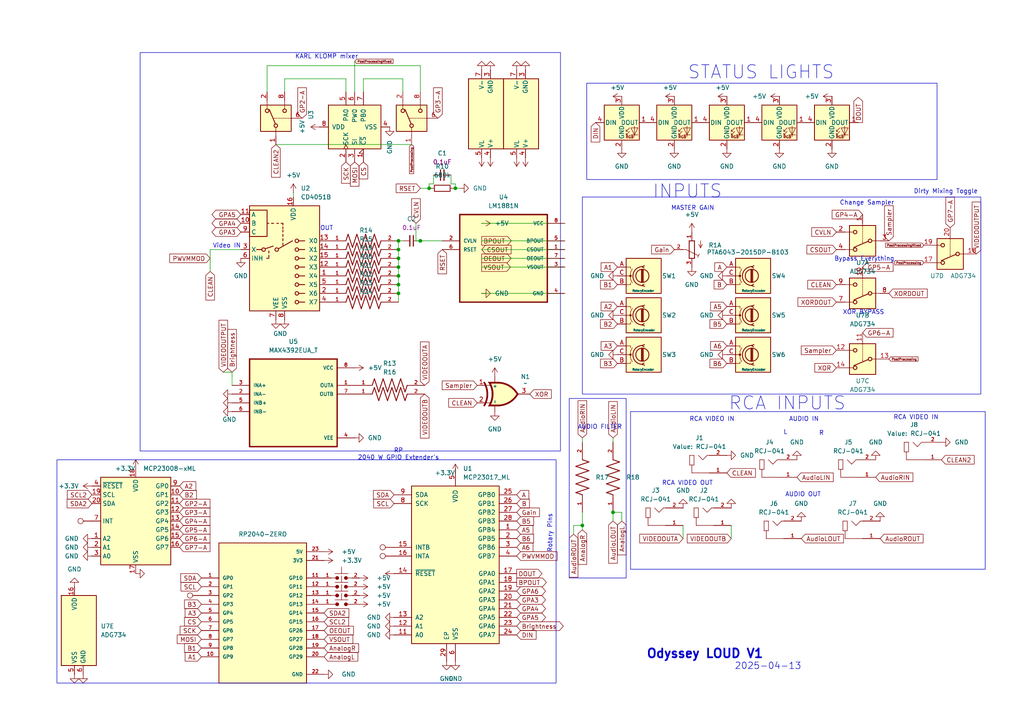
<source format=kicad_sch>
(kicad_sch (version 20250114) (generator "eeschema") (generator_version "9.0")
  (paper "A4")
  (rectangle (start 168.91 57.15) (end 284.48 114.3))
  (rectangle (start 165.1 115.57) (end 181.61 167.64))
  (rectangle (start 40.64 15.24) (end 162.56 130.81))
  (rectangle (start 170.18 24.13) (end 271.78 52.07))
  (rectangle (start 182.88 119.38) (end 285.75 165.1))
  (rectangle (start 16.51 133.35) (end 161.29 198.12))
  (text "RCA INPUTS" (at 228.346 117.094 0) (effects (font (size 3.81 3.81))))
  (text "Dirty Mixing Toggle" (at 274.32 55.626 0) (effects (font (size 1.27 1.27))))
  (text " L" (at 227.33 125.476 0) (effects (font (size 1.27 1.27))))
  (text "Change Sampler" (at 251.46 58.928 0) (effects (font (size 1.27 1.27))))
  (text "Odyssey LOUD V1" (at 204.47 189.738 0) (effects (font (size 2.54 2.54) (thickness 0.508) (bold yes))))
  (text "RP\n2040 W GPIO Extender's\n" (at 115.57 131.826 0) (effects (font (size 1.27 1.27))))
  (text "XOR BYPASS" (at 250.444 90.678 0) (effects (font (size 1.27 1.27))))
  (text "MASTER GAIN" (at 200.914 60.452 0) (effects (font (size 1.27 1.27))))
  (text "R" (at 238.252 125.73 0) (effects (font (size 1.27 1.27))))
  (text "2025-04-13" (at 222.758 193.294 0) (effects (font (size 1.905 1.905))))
  (text "AUDIO OUT\n" (at 232.918 143.51 0) (effects (font (size 1.27 1.27))))
  (text "Rotary Pins\n" (at 159.512 154.686 90) (effects (font (size 1.27 1.27))))
  (text "OUT" (at 94.742 66.294 0) (effects (font (size 1.27 1.27))))
  (text "RCA VIDEO OUT" (at 199.39 140.208 0) (effects (font (size 1.27 1.27))))
  (text "Video IN" (at 65.786 71.374 0) (effects (font (size 1.27 1.27))))
  (text "STATUS LIGHTS" (at 220.726 21.082 0) (effects (font (size 3.81 3.81))))
  (text "RCA VIDEO IN" (at 265.684 121.158 0) (effects (font (size 1.27 1.27))))
  (text "INPUTS" (at 199.39 55.626 0) (effects (font (size 3.81 3.81))))
  (text "RCA VIDEO IN" (at 206.502 121.666 0) (effects (font (size 1.27 1.27))))
  (text "AUDIO IN\n" (at 233.172 121.666 0) (effects (font (size 1.27 1.27))))
  (text "KARL KLOMP mixer\n" (at 94.742 16.51 0) (effects (font (size 1.27 1.27))))
  (text "AUDIO FILTER" (at 173.99 123.952 0) (effects (font (size 1.27 1.27))))
  (text "Bypass Everything\n" (at 250.698 75.184 0) (effects (font (size 1.27 1.27))))
  (junction (at 115.57 69.85))
  (junction (at 115.57 77.47))
  (junction (at 121.92 69.85))
  (junction (at 177.8 148.59))
  (junction (at 115.57 85.09))
  (junction (at 115.57 82.55))
  (junction (at 124.46 54.61))
  (junction (at 132.08 54.61))
  (junction (at 115.57 80.01))
  (junction (at 168.91 152.4))
  (junction (at 115.57 72.39))
  (junction (at 115.57 74.93))
  (wire (pts (xy 124.46 54.61) (xy 121.92 54.61)))
  (wire (pts (xy 115.57 87.63) (xy 115.57 85.09)))
  (wire (pts (xy 80.01 41.91) (xy 119.38 41.91)))
  (wire (pts (xy 121.92 69.85) (xy 120.65 69.85)))
  (wire (pts (xy 82.55 22.86) (xy 82.55 26.67)))
  (wire (pts (xy 177.8 148.59) (xy 177.8 151.13)))
  (wire (pts (xy 115.57 74.93) (xy 115.57 72.39)))
  (wire (pts (xy 121.92 69.85) (xy 128.27 69.85)))
  (wire (pts (xy 125.73 53.34) (xy 124.46 53.34)))
  (wire (pts (xy 180.34 151.13) (xy 180.34 148.59)))
  (wire (pts (xy 168.91 152.4) (xy 168.91 153.67)))
  (wire (pts (xy 115.57 80.01) (xy 115.57 77.47)))
  (wire (pts (xy 125.73 50.8) (xy 125.73 53.34)))
  (wire (pts (xy 130.81 53.34) (xy 132.08 53.34)))
  (wire (pts (xy 64.77 107.95) (xy 67.31 107.95)))
  (wire (pts (xy 100.33 22.86) (xy 82.55 22.86)))
  (wire (pts (xy 166.37 154.94) (xy 166.37 152.4)))
  (wire (pts (xy 115.57 82.55) (xy 115.57 80.01)))
  (wire (pts (xy 102.87 17.78) (xy 102.87 26.67)))
  (wire (pts (xy 168.91 148.59) (xy 168.91 152.4)))
  (wire (pts (xy 105.41 22.86) (xy 105.41 26.67)))
  (wire (pts (xy 85.09 55.88) (xy 85.09 57.15)))
  (wire (pts (xy 163.83 72.39) (xy 139.7 72.39)))
  (wire (pts (xy 198.12 156.21) (xy 198.12 152.4)))
  (wire (pts (xy 177.8 128.27) (xy 177.8 127)))
  (wire (pts (xy 163.83 85.09) (xy 139.7 85.09)))
  (wire (pts (xy 121.92 19.05) (xy 121.92 26.67)))
  (wire (pts (xy 77.47 26.67) (xy 77.47 19.05)))
  (wire (pts (xy 67.31 109.22) (xy 67.31 111.76)) (stroke (width 0) (color 0 194 0 1)))
  (wire (pts (xy 77.47 19.05) (xy 121.92 19.05)))
  (wire (pts (xy 132.08 53.34) (xy 132.08 54.61)))
  (wire (pts (xy 180.34 148.59) (xy 177.8 148.59)))
  (wire (pts (xy 116.84 69.85) (xy 115.57 69.85)))
  (wire (pts (xy 163.83 74.93) (xy 139.7 74.93)))
  (wire (pts (xy 116.84 26.67) (xy 116.84 22.86)))
  (wire (pts (xy 124.46 53.34) (xy 124.46 54.61)))
  (wire (pts (xy 115.57 85.09) (xy 115.57 82.55)))
  (wire (pts (xy 67.31 107.95) (xy 67.31 109.22)))
  (wire (pts (xy 168.91 127) (xy 168.91 128.27)))
  (wire (pts (xy 120.65 64.77) (xy 120.65 69.85)))
  (wire (pts (xy 132.08 137.16) (xy 132.08 135.89)))
  (wire (pts (xy 60.96 72.39) (xy 69.85 72.39)))
  (wire (pts (xy 163.83 69.85) (xy 139.7 69.85)))
  (wire (pts (xy 60.96 72.39) (xy 60.96 78.74)))
  (wire (pts (xy 212.09 156.21) (xy 212.09 152.4)))
  (wire (pts (xy 116.84 22.86) (xy 105.41 22.86)))
  (wire (pts (xy 130.81 50.8) (xy 130.81 53.34)))
  (wire (pts (xy 166.37 152.4) (xy 168.91 152.4)))
  (wire (pts (xy 115.57 69.85) (xy 115.57 72.39)))
  (wire (pts (xy 100.33 26.67) (xy 100.33 22.86)))
  (wire (pts (xy 163.83 77.47) (xy 139.7 77.47)))
  (wire (pts (xy 133.35 54.61) (xy 132.08 54.61)))
  (wire (pts (xy 115.57 77.47) (xy 115.57 74.93)))
  (wire (pts (xy 163.83 64.77) (xy 139.7 64.77)))
  (global_label "A1" (shape input) (at 58.42 190.5 180) (property "Intersheetrefs" "${INTERSHEET_REFS}" (effects (hide yes))))
  (global_label "AudioLOUT" (shape input) (at 177.8 151.13 270) (property "Intersheetrefs" "${INTERSHEET_REFS}" (effects (hide yes))))
  (global_label "OEOUT" (shape input) (at 93.98 182.88 0) (property "Intersheetrefs" "${INTERSHEET_REFS}" (effects (hide yes))))
  (global_label "B6" (shape input) (at 149.86 156.21 0) (property "Intersheetrefs" "${INTERSHEET_REFS}" (effects (hide yes))))
  (global_label "AudioLIN" (shape input) (at 231.14 138.43 0) (property "Intersheetrefs" "${INTERSHEET_REFS}" (effects (hide yes))))
  (global_label "GP6-A" (shape input) (at 250.19 96.52 0) (property "Intersheetrefs" "${INTERSHEET_REFS}" (effects (hide yes))))
  (global_label "A" (shape input) (at 149.86 143.51 0) (property "Intersheetrefs" "${INTERSHEET_REFS}" (effects (hide yes))))
  (global_label "CVLN" (shape input) (at 242.57 67.31 180) (property "Intersheetrefs" "${INTERSHEET_REFS}" (effects (hide yes))))
  (global_label "DIN" (shape input) (at 149.86 184.15 0) (property "Intersheetrefs" "${INTERSHEET_REFS}" (effects (hide yes))))
  (global_label "CVLN" (shape input) (at 120.65 64.77 90) (property "Intersheetrefs" "${INTERSHEET_REFS}" (effects (hide yes))))
  (global_label "PostProcessingMixed" (shape input) (at 102.87 17.78 0) (effects (font (size 0.635 0.635))) (property "Intersheetrefs" "${INTERSHEET_REFS}" (effects (hide yes))))
  (global_label "GPA5" (shape bidirectional) (at 69.85 62.23 180) (property "Intersheetrefs" "${INTERSHEET_REFS}" (effects (hide yes))))
  (global_label "B5" (shape input) (at 149.86 151.13 0) (property "Intersheetrefs" "${INTERSHEET_REFS}" (effects (hide yes))))
  (global_label "VSOUT" (shape output) (at 139.7 77.47 0) (property "Intersheetrefs" "${INTERSHEET_REFS}" (effects (hide yes))))
  (global_label "RSET" (shape input) (at 121.92 54.61 180) (property "Intersheetrefs" "${INTERSHEET_REFS}" (effects (hide yes))))
  (global_label "GPA6" (shape bidirectional) (at 149.86 171.45 0) (property "Intersheetrefs" "${INTERSHEET_REFS}" (effects (hide yes))))
  (global_label "GP2-A" (shape input) (at 87.63 34.29 90) (property "Intersheetrefs" "${INTERSHEET_REFS}" (effects (hide yes))))
  (global_label "B3" (shape input) (at 58.42 175.26 180) (property "Intersheetrefs" "${INTERSHEET_REFS}" (effects (hide yes))))
  (global_label "PostProcessing" (shape input) (at 119.38 41.91 270) (effects (font (size 0.635 0.635))) (property "Intersheetrefs" "${INTERSHEET_REFS}" (effects (hide yes))))
  (global_label "AnalogR" (shape input) (at 93.98 187.96 0) (property "Intersheetrefs" "${INTERSHEET_REFS}" (effects (hide yes))))
  (global_label "CSOUT" (shape input) (at 139.7 72.39 0) (property "Intersheetrefs" "${INTERSHEET_REFS}" (effects (hide yes))))
  (global_label "RSET" (shape input) (at 128.27 72.39 270) (property "Intersheetrefs" "${INTERSHEET_REFS}" (effects (hide yes))))
  (global_label "CLEAN" (shape input) (at 138.43 116.84 180) (property "Intersheetrefs" "${INTERSHEET_REFS}" (effects (hide yes))))
  (global_label "B1" (shape input) (at 58.42 187.96 180) (property "Intersheetrefs" "${INTERSHEET_REFS}" (effects (hide yes))))
  (global_label "AnalogR" (shape input) (at 168.91 153.67 270) (property "Intersheetrefs" "${INTERSHEET_REFS}" (effects (hide yes))))
  (global_label "AudioLIN" (shape input) (at 177.8 127 90) (property "Intersheetrefs" "${INTERSHEET_REFS}" (effects (hide yes))))
  (global_label "PostProcessingMixed" (shape input) (at 267.97 71.12 180) (effects (font (size 0.635 0.635))) (property "Intersheetrefs" "${INTERSHEET_REFS}" (effects (hide yes))))
  (global_label "VIDEOOUTB" (shape input) (at 123.19 114.3 270) (property "Intersheetrefs" "${INTERSHEET_REFS}" (effects (hide yes))))
  (global_label "A2" (shape input) (at 52.07 140.97 0) (property "Intersheetrefs" "${INTERSHEET_REFS}" (effects (hide yes))))
  (global_label "GP6-A" (shape input) (at 52.07 156.21 0) (property "Intersheetrefs" "${INTERSHEET_REFS}" (effects (hide yes))))
  (global_label "GP4-A" (shape input) (at 52.07 151.13 0) (property "Intersheetrefs" "${INTERSHEET_REFS}" (effects (hide yes))))
  (global_label "SCL2" (shape input) (at 26.67 143.51 180) (property "Intersheetrefs" "${INTERSHEET_REFS}" (effects (hide yes))))
  (global_label "SDA2" (shape input) (at 26.67 146.05 180) (property "Intersheetrefs" "${INTERSHEET_REFS}" (effects (hide yes))))
  (global_label "PostProcessing" (shape input) (at 257.81 104.14 0) (effects (font (size 0.635 0.635))) (property "Intersheetrefs" "${INTERSHEET_REFS}" (effects (hide yes))))
  (global_label "CLEAN2" (shape input) (at 273.05 133.35 0) (property "Intersheetrefs" "${INTERSHEET_REFS}" (effects (hide yes))))
  (global_label "VIDEOOUTPUT" (shape input) (at 64.77 107.95 90) (property "Intersheetrefs" "${INTERSHEET_REFS}" (effects (hide yes))))
  (global_label "B3" (shape input) (at 179.07 105.41 180) (property "Intersheetrefs" "${INTERSHEET_REFS}" (effects (hide yes))))
  (global_label "MOSI" (shape input) (at 58.42 185.42 180) (property "Intersheetrefs" "${INTERSHEET_REFS}" (effects (hide yes))))
  (global_label "GP3-A" (shape input) (at 127 34.29 90) (property "Intersheetrefs" "${INTERSHEET_REFS}" (effects (hide yes))))
  (global_label "A2" (shape input) (at 179.07 88.9 180) (property "Intersheetrefs" "${INTERSHEET_REFS}" (effects (hide yes))))
  (global_label "GPA5" (shape bidirectional) (at 149.86 179.07 0) (property "Intersheetrefs" "${INTERSHEET_REFS}" (effects (hide yes))))
  (global_label "SDA" (shape input) (at 58.42 167.64 180) (property "Intersheetrefs" "${INTERSHEET_REFS}" (effects (hide yes))))
  (global_label "VIDEOOUTA" (shape input) (at 123.19 111.76 90) (property "Intersheetrefs" "${INTERSHEET_REFS}" (effects (hide yes))))
  (global_label "SCK" (shape input) (at 58.42 182.88 180) (property "Intersheetrefs" "${INTERSHEET_REFS}" (effects (hide yes))))
  (global_label "GP3-A" (shape input) (at 52.07 148.59 0) (property "Intersheetrefs" "${INTERSHEET_REFS}" (effects (hide yes))))
  (global_label "PostProcessing" (shape input) (at 267.97 76.2 180) (effects (font (size 0.635 0.635))) (property "Intersheetrefs" "${INTERSHEET_REFS}" (effects (hide yes))))
  (global_label "GP5-A" (shape input) (at 250.19 77.47 0) (property "Intersheetrefs" "${INTERSHEET_REFS}" (effects (hide yes))))
  (global_label "MOSI" (shape input) (at 102.87 46.99 270) (property "Intersheetrefs" "${INTERSHEET_REFS}" (effects (hide yes))))
  (global_label "SDA" (shape input) (at 114.3 143.51 180) (property "Intersheetrefs" "${INTERSHEET_REFS}" (effects (hide yes))))
  (global_label "DIN" (shape input) (at 172.72 35.56 270) (property "Intersheetrefs" "${INTERSHEET_REFS}" (effects (hide yes))))
  (global_label "OEOUT" (shape output) (at 139.7 74.93 0) (property "Intersheetrefs" "${INTERSHEET_REFS}" (effects (hide yes))))
  (global_label "Gain" (shape input) (at 149.86 148.59 0) (property "Intersheetrefs" "${INTERSHEET_REFS}" (effects (hide yes))))
  (global_label "CLEAN" (shape input) (at 60.96 78.74 270) (property "Intersheetrefs" "${INTERSHEET_REFS}" (effects (hide yes))))
  (global_label "GPA3" (shape bidirectional) (at 149.86 173.99 0) (property "Intersheetrefs" "${INTERSHEET_REFS}" (effects (hide yes))))
  (global_label "SCK" (shape input) (at 100.33 46.99 270) (property "Intersheetrefs" "${INTERSHEET_REFS}" (effects (hide yes))))
  (global_label "DOUT" (shape output) (at 149.86 166.37 0) (property "Intersheetrefs" "${INTERSHEET_REFS}" (effects (hide yes))))
  (global_label "AudioROUT" (shape input) (at 166.37 154.94 270) (property "Intersheetrefs" "${INTERSHEET_REFS}" (effects (hide yes))))
  (global_label "DOUT" (shape output) (at 248.92 35.56 90) (property "Intersheetrefs" "${INTERSHEET_REFS}" (effects (hide yes))))
  (global_label "PWVMMOD" (shape input) (at 60.96 74.93 180) (property "Intersheetrefs" "${INTERSHEET_REFS}" (effects (hide yes))))
  (global_label "GP5-A" (shape input) (at 52.07 153.67 0) (property "Intersheetrefs" "${INTERSHEET_REFS}" (effects (hide yes))))
  (global_label "BPOUT" (shape output) (at 149.86 168.91 0) (property "Intersheetrefs" "${INTERSHEET_REFS}" (effects (hide yes))))
  (global_label "GPA3" (shape bidirectional) (at 69.85 67.31 180) (property "Intersheetrefs" "${INTERSHEET_REFS}" (effects (hide yes))))
  (global_label "PWVMMOD" (shape input) (at 149.86 161.29 0) (property "Intersheetrefs" "${INTERSHEET_REFS}" (effects (hide yes))))
  (global_label "SCL" (shape input) (at 114.3 146.05 180) (property "Intersheetrefs" "${INTERSHEET_REFS}" (effects (hide yes))))
  (global_label "B5" (shape input) (at 210.82 93.98 180) (property "Intersheetrefs" "${INTERSHEET_REFS}" (effects (hide yes))))
  (global_label "CS" (shape input) (at 105.41 46.99 270) (property "Intersheetrefs" "${INTERSHEET_REFS}" (effects (hide yes))))
  (global_label "A3" (shape input) (at 58.42 177.8 180) (property "Intersheetrefs" "${INTERSHEET_REFS}" (effects (hide yes))))
  (global_label "CS" (shape input) (at 58.42 180.34 180) (property "Intersheetrefs" "${INTERSHEET_REFS}" (effects (hide yes))))
  (global_label "VSOUT" (shape input) (at 93.98 185.42 0) (property "Intersheetrefs" "${INTERSHEET_REFS}" (effects (hide yes))))
  (global_label "Sampler" (shape input) (at 138.43 111.76 180) (property "Intersheetrefs" "${INTERSHEET_REFS}" (effects (hide yes))))
  (global_label "CSOUT" (shape input) (at 242.57 72.39 180) (property "Intersheetrefs" "${INTERSHEET_REFS}" (effects (hide yes))))
  (global_label "B" (shape input) (at 149.86 146.05 0) (property "Intersheetrefs" "${INTERSHEET_REFS}" (effects (hide yes))))
  (global_label "GP7-A" (shape input) (at 52.07 158.75 0) (property "Intersheetrefs" "${INTERSHEET_REFS}" (effects (hide yes))))
  (global_label "VIDEOOUTPUT" (shape input) (at 283.21 73.66 90) (property "Intersheetrefs" "${INTERSHEET_REFS}" (effects (hide yes))))
  (global_label "AudioRIN" (shape input) (at 168.91 127 90) (property "Intersheetrefs" "${INTERSHEET_REFS}" (effects (hide yes))))
  (global_label "Sampler" (shape input) (at 242.57 101.6 180) (property "Intersheetrefs" "${INTERSHEET_REFS}" (effects (hide yes))))
  (global_label "VIDEOOUTB" (shape input) (at 212.09 156.21 180) (property "Intersheetrefs" "${INTERSHEET_REFS}" (effects (hide yes))))
  (global_label "GP4-A" (shape input) (at 250.19 62.23 180) (property "Intersheetrefs" "${INTERSHEET_REFS}" (effects (hide yes))))
  (global_label "A" (shape input) (at 210.82 77.47 180) (property "Intersheetrefs" "${INTERSHEET_REFS}" (effects (hide yes))))
  (global_label "A6" (shape input) (at 210.82 100.33 180) (property "Intersheetrefs" "${INTERSHEET_REFS}" (effects (hide yes))))
  (global_label "A5" (shape input) (at 210.82 88.9 180) (property "Intersheetrefs" "${INTERSHEET_REFS}" (effects (hide yes))))
  (global_label "A1" (shape input) (at 179.07 77.47 180) (property "Intersheetrefs" "${INTERSHEET_REFS}" (effects (hide yes))))
  (global_label "CLEAN" (shape input) (at 242.57 82.55 180) (property "Intersheetrefs" "${INTERSHEET_REFS}" (effects (hide yes))))
  (global_label "SDA2" (shape input) (at 93.98 177.8 0) (property "Intersheetrefs" "${INTERSHEET_REFS}" (effects (hide yes))))
  (global_label "XORDOUT" (shape input) (at 257.81 85.09 0) (property "Intersheetrefs" "${INTERSHEET_REFS}" (effects (hide yes))))
  (global_label "XORDOUT" (shape input) (at 242.57 87.63 180) (property "Intersheetrefs" "${INTERSHEET_REFS}" (effects (hide yes))))
  (global_label "A6" (shape input) (at 149.86 158.75 0) (property "Intersheetrefs" "${INTERSHEET_REFS}" (effects (hide yes))))
  (global_label "Brightness" (shape bidirectional) (at 149.86 181.61 0) (property "Intersheetrefs" "${INTERSHEET_REFS}" (effects (hide yes))))
  (global_label "VIDEOOUTA" (shape input) (at 198.12 156.21 180) (property "Intersheetrefs" "${INTERSHEET_REFS}" (effects (hide yes))))
  (global_label "A5" (shape input) (at 149.86 153.67 0) (property "Intersheetrefs" "${INTERSHEET_REFS}" (effects (hide yes))))
  (global_label "GPA4" (shape bidirectional) (at 149.86 176.53 0) (property "Intersheetrefs" "${INTERSHEET_REFS}" (effects (hide yes))))
  (global_label "SCL2" (shape input) (at 93.98 180.34 0) (property "Intersheetrefs" "${INTERSHEET_REFS}" (effects (hide yes))))
  (global_label "Sampler" (shape input) (at 257.81 69.85 90) (property "Intersheetrefs" "${INTERSHEET_REFS}" (effects (hide yes))))
  (global_label "AudioROUT" (shape input) (at 255.27 156.21 0) (property "Intersheetrefs" "${INTERSHEET_REFS}" (effects (hide yes))))
  (global_label "BPOUT" (shape output) (at 139.7 69.85 0) (property "Intersheetrefs" "${INTERSHEET_REFS}" (effects (hide yes))))
  (global_label "B2" (shape input) (at 52.07 143.51 0) (property "Intersheetrefs" "${INTERSHEET_REFS}" (effects (hide yes))))
  (global_label "AnalogL" (shape input) (at 93.98 190.5 0) (property "Intersheetrefs" "${INTERSHEET_REFS}" (effects (hide yes))))
  (global_label "Gain" (shape input) (at 195.58 72.39 180) (property "Intersheetrefs" "${INTERSHEET_REFS}" (effects (hide yes))))
  (global_label "AnalogL" (shape input) (at 180.34 151.13 270) (property "Intersheetrefs" "${INTERSHEET_REFS}" (effects (hide yes))))
  (global_label "GPA4" (shape bidirectional) (at 69.85 64.77 180) (property "Intersheetrefs" "${INTERSHEET_REFS}" (effects (hide yes))))
  (global_label "B6" (shape input) (at 210.82 105.41 180) (property "Intersheetrefs" "${INTERSHEET_REFS}" (effects (hide yes))))
  (global_label "GP2-A" (shape input) (at 52.07 146.05 0) (property "Intersheetrefs" "${INTERSHEET_REFS}" (effects (hide yes))))
  (global_label "B1" (shape input) (at 179.07 82.55 180) (property "Intersheetrefs" "${INTERSHEET_REFS}" (effects (hide yes))))
  (global_label "CLEAN2" (shape input) (at 80.01 41.91 270) (property "Intersheetrefs" "${INTERSHEET_REFS}" (effects (hide yes))))
  (global_label "GP7-A" (shape input) (at 275.59 66.04 90) (property "Intersheetrefs" "${INTERSHEET_REFS}" (effects (hide yes))))
  (global_label "CLEAN" (shape input) (at 210.82 137.16 0) (property "Intersheetrefs" "${INTERSHEET_REFS}" (effects (hide yes))))
  (global_label "SCL" (shape input) (at 58.42 170.18 180) (property "Intersheetrefs" "${INTERSHEET_REFS}" (effects (hide yes))))
  (global_label "XOR" (shape input) (at 153.67 114.3 0) (property "Intersheetrefs" "${INTERSHEET_REFS}" (effects (hide yes))))
  (global_label "B" (shape input) (at 210.82 82.55 180) (property "Intersheetrefs" "${INTERSHEET_REFS}" (effects (hide yes))))
  (global_label "A3" (shape input) (at 179.07 100.33 180) (property "Intersheetrefs" "${INTERSHEET_REFS}" (effects (hide yes))))
  (global_label "XOR" (shape input) (at 242.57 106.68 180) (property "Intersheetrefs" "${INTERSHEET_REFS}" (effects (hide yes))))
  (global_label "AudioLOUT" (shape input) (at 232.41 156.21 0) (property "Intersheetrefs" "${INTERSHEET_REFS}" (effects (hide yes))))
  (global_label "Brightness" (shape input) (at 67.31 107.95 90) (property "Intersheetrefs" "${INTERSHEET_REFS}" (effects (hide yes))))
  (global_label "AudioRIN" (shape input) (at 254 138.43 0) (property "Intersheetrefs" "${INTERSHEET_REFS}" (effects (hide yes))))
  (global_label "B2" (shape input) (at 179.07 93.98 180) (property "Intersheetrefs" "${INTERSHEET_REFS}" (effects (hide yes))))
  (symbol (lib_id "PCM_4ms_Power-symbol:+3.3V") (at 93.98 162.56 270) (unit 1)
    (property "Reference" "#PWR067" (effects (hide yes)))
    (property "Value" "+3.3V" (at 99.06 162.5599 90) (effects (justify left)))
  )
  (symbol (lib_id "PCM_SL_Devices:Push_Button") (at 99.06 175.26 0) (unit 1)
    (property "Reference" "SW13" (effects (hide yes)))
    (property "Value" "Push_Button" (effects (hide yes)))
    (property "Footprint" "Button_Switch_THT:SW_PUSH_6mm" (effects (hide yes)))
    (property "Description" "Common 6mmx6mm Push Button" (effects (hide yes)))
  )
  (symbol (lib_id "power:GND") (at 180.34 43.18 0) (unit 1)
    (property "Reference" "#PWR057" (effects (hide yes)))
    (property "Value" "GND" (at 180.34 48.26 0))
    (property "Description" "Power symbol creates a global label with name \"GND\" , ground" (effects (hide yes)))
  )
  (symbol (lib_id "power:+5V") (at 210.82 27.94 90) (unit 1)
    (property "Reference" "#PWR040" (effects (hide yes)))
    (property "Value" "+5V" (at 209.55 25.4 90))
    (property "Description" "Power symbol creates a global label with name \"+5V\"" (effects (hide yes)))
  )
  (symbol (lib_id "PCM_4ms_Power-symbol:+3.3V") (at 39.37 135.89 0) (unit 1)
    (property "Reference" "#PWR029" (effects (hide yes)))
    (property "Value" "+3.3V" (at 36.322 135.89 0))
  )
  (symbol (lib_id "power:+5V") (at 85.09 55.88 0) (unit 1)
    (property "Reference" "#PWR010" (effects (hide yes)))
    (property "Value" "+5V" (at 85.09 50.8 0))
    (property "Description" "Power symbol creates a global label with name \"+5V\"" (effects (hide yes)))
  )
  (symbol (lib_id "power:+5V") (at 143.51 109.22 0) (unit 1)
    (property "Reference" "#PWR027" (effects (hide yes)))
    (property "Value" "+5V" (at 143.51 104.14 0))
    (property "Description" "Power symbol creates a global label with name \"+5V\"" (effects (hide yes)))
  )
  (symbol (lib_id "power:+5V") (at 104.14 175.26 270) (unit 1)
    (property "Reference" "#PWR077" (effects (hide yes)))
    (property "Value" "+5V" (at 109.22 175.2599 90) (effects (justify left)))
    (property "Description" "Power symbol creates a global label with name \"+5V\"" (effects (hide yes)))
  )
  (symbol (lib_id "PCM_4ms_Capacitor:0.1uF_0603_16V") (at 128.27 50.8 90) (unit 1)
    (property "Reference" "C1" (at 128.2763 44.45 90))
    (property "Value" "0.1uF_0603_16V" (effects (hide yes)))
    (property "Footprint" "Shittersv2:CAPC3316X140N" (effects (hide yes)))
    (property "Description" "0.1uF, Min. 16V 10%, X7R or X5R or similar" (effects (hide yes)))
    (property "Specifications" "0.1uF, Min. 16V 10%, X7R or X5R or similar" (effects (hide yes)))
    (property "Manufacturer" "AVX Corporation" (effects (hide yes)))
    (property "Part Number" "0603YC104KAT2A" (effects (hide yes)))
    (property "Display" "0.1uF" (at 128.2763 46.99 90))
    (property "JLCPCB ID" "C14663" (effects (hide yes)))
  )
  (symbol (lib_id "power:+5V") (at 226.06 27.94 90) (unit 1)
    (property "Reference" "#PWR046" (effects (hide yes)))
    (property "Value" "+5V" (at 222.25 27.9399 90) (effects (justify left)))
    (property "Description" "Power symbol creates a global label with name \"+5V\"" (effects (hide yes)))
  )
  (symbol (lib_id "power:GND") (at 114.3 179.07 270) (unit 1)
    (property "Reference" "#PWR014" (effects (hide yes)))
    (property "Value" "GND" (at 110.49 179.0699 90) (effects (justify right)))
    (property "Description" "Power symbol creates a global label with name \"GND\" , ground" (effects (hide yes)))
  )
  (symbol (lib_id "power:GND") (at 102.87 127 90) (unit 1)
    (property "Reference" "#PWR030" (effects (hide yes)))
    (property "Value" "GND" (at 106.68 126.9999 90) (effects (justify right)))
    (property "Description" "Power symbol creates a global label with name \"GND\" , ground" (effects (hide yes)))
  )
  (symbol (lib_id "Analog_Switch:ADG734") (at 250.19 104.14 180) (unit 3)
    (property "Reference" "U7" (at 250.19 110.49 0))
    (property "Value" "ADG734" (at 250.19 113.03 0))
    (property "Footprint" "Package_SO:TSSOP-20_4.4x6.5mm_P0.65mm" (effects (hide yes)))
    (property "Datasheet" "https://www.analog.com/media/en/technical-documentation/data-sheets/ADG733_734.pdf" (effects (hide yes)))
    (property "Description" "Quad SPDT CMOS Analog Switch, 2.5Ohm Ron, TSSOP-20" (effects (hide yes)))
  )
  (symbol (lib_id "power:GND") (at 210.82 91.44 270) (unit 1)
    (property "Reference" "#PWR024" (effects (hide yes)))
    (property "Value" "GND" (at 207.01 91.4399 90) (effects (justify right)))
    (property "Description" "Power symbol creates a global label with name \"GND\" , ground" (effects (hide yes)))
  )
  (symbol (lib_id "LED:NeoPixel_THT") (at 195.58 35.56 0) (unit 1)
    (property "Reference" "D4" (effects (hide yes)))
    (property "Value" "NeoPixel_THT" (effects (hide yes)))
    (property "Footprint" "LED_SMD:LED_Inolux_IN-PI554FCH_PLCC4_5.0x5.0mm_P3.2mm" (effects (hide yes)))
    (property "Datasheet" "https://www.adafruit.com/product/1938" (effects (hide yes)))
    (property "Description" "RGB LED with integrated controller, 5mm/8mm LED package" (effects (hide yes)))
  )
  (symbol (lib_id "power:GND") (at 21.59 170.18 180) (unit 1)
    (property "Reference" "#PWR064" (effects (hide yes)))
    (property "Value" "GND" (at 21.59 165.1 0))
    (property "Description" "Power symbol creates a global label with name \"GND\" , ground" (effects (hide yes)))
  )
  (symbol (lib_id "power:GND") (at 212.09 147.32 180) (unit 1)
    (property "Reference" "#PWR02" (effects (hide yes)))
    (property "Value" "GND" (effects (hide yes)))
    (property "Description" "Power symbol creates a global label with name \"GND\" , ground" (effects (hide yes)))
  )
  (symbol (lib_id "CRCW120675R0FKEAHP:CRCW120675R0FKEAHP") (at 105.41 85.09 0) (unit 1)
    (property "Reference" "R23" (at 106.172 82.042 0))
    (property "Value" "CRCW120675R0FKEAHP" (effects (hide yes)))
    (property "Footprint" "Shittersv2:RESC3116X65N" (effects (hide yes)))
    (property "MF" "Vishay" (effects (hide yes)))
    (property "Description_1" "Resistor;Thick Film;75 Ohms;0.5 W;1%;SMT;1206;TCR 37 ppm/DegC | Vishay Dale CRCW120675R0FKEAHP" (effects (hide yes)))
    (property "Package" "3116 Vishay" (effects (hide yes)))
    (property "Price" "None" (effects (hide yes)))
    (property "SnapEDA_Link" "https://www.snapeda.com/parts/CRCW120675R0FKEAHP/Vishay/view-part/?ref=snap" (effects (hide yes)))
    (property "MP" "CRCW120675R0FKEAHP" (effects (hide yes)))
    (property "Availability" "In Stock" (effects (hide yes)))
    (property "Check_prices" "https://www.snapeda.com/parts/CRCW120675R0FKEAHP/Vishay/view-part/?ref=eda" (effects (hide yes)))
  )
  (symbol (lib_id "power:GND") (at 67.31 119.38 270) (unit 1)
    (property "Reference" "#PWR053" (effects (hide yes)))
    (property "Value" "GND" (at 68.58 121.666 90) (effects (justify right)))
    (property "Description" "Power symbol creates a global label with name \"GND\" , ground" (effects (hide yes)))
  )
  (symbol (lib_id "PCM_4ms_Power-symbol:+3.3V") (at 132.08 137.16 0) (unit 1)
    (property "Reference" "#PWR04" (effects (hide yes)))
    (property "Value" "+3.3V" (at 129.032 137.16 0))
  )
  (symbol (lib_id "power:+5V") (at 104.14 170.18 270) (unit 1)
    (property "Reference" "#PWR075" (effects (hide yes)))
    (property "Value" "+5V" (at 109.22 170.1799 90) (effects (justify left)))
    (property "Description" "Power symbol creates a global label with name \"+5V\"" (effects (hide yes)))
  )
  (symbol (lib_id "RCJ-041:RCJ-041") (at 226.06 135.89 0) (unit 1)
    (property "Reference" "J4" (at 223.2025 128.27 0))
    (property "Value" "RCJ-041" (at 223.2025 130.81 0))
    (property "Footprint" "Shitters:CUI_RCJ-041" (effects (hide yes)))
    (property "MF" "Same Sky" (effects (hide yes)))
    (property "DESCRIPTION" "Metal Right-Angle, RCA Jack, Black Housing and Insulation" (effects (hide yes)))
    (property "PACKAGE" "None" (effects (hide yes)))
    (property "PRICE" "None" (effects (hide yes)))
    (property "Package" "None" (effects (hide yes)))
    (property "Check_prices" "https://www.snapeda.com/parts/RCJ-041/Same+Sky/view-part/?ref=eda" (effects (hide yes)))
    (property "CUI_PURCHASE_URL" "https://www.cuidevices.com/product/interconnect/connectors/rca-connectors/rcj-04-series?utm_source=snapeda.com&utm_medium=referral&utm_campaign=snapedaBOM" (effects (hide yes)))
    (property "SnapEDA_Link" "https://www.snapeda.com/parts/RCJ-041/Same+Sky/view-part/?ref=snap" (effects (hide yes)))
    (property "MP" "RCJ-041" (effects (hide yes)))
    (property "Price" "None" (effects (hide yes)))
    (property "Availability" "In Stock" (effects (hide yes)))
    (property "AVAILABILITY" "Unavailable" (effects (hide yes)))
    (property "Description_1" "\n                        \n                            Metal Right-Angle, RCA Jack, Black Housing and Insulation\n                        \n" (effects (hide yes)))
  )
  (symbol (lib_id "power:+5V") (at 102.87 106.68 270) (unit 1)
    (property "Reference" "#PWR031" (effects (hide yes)))
    (property "Value" "+5V" (at 106.68 106.6799 90) (effects (justify left)))
    (property "Description" "Power symbol creates a global label with name \"+5V\"" (effects (hide yes)))
  )
  (symbol (lib_id "RCJ-041:RCJ-041") (at 207.01 149.86 0) (unit 1)
    (property "Reference" "J2" (at 204.1525 142.24 0))
    (property "Value" "RCJ-041" (at 204.1525 144.78 0))
    (property "Footprint" "Shitters:CUI_RCJ-041" (effects (hide yes)))
    (property "MF" "Same Sky" (effects (hide yes)))
    (property "DESCRIPTION" "Metal Right-Angle, RCA Jack, Black Housing and Insulation" (effects (hide yes)))
    (property "PACKAGE" "None" (effects (hide yes)))
    (property "PRICE" "None" (effects (hide yes)))
    (property "Package" "None" (effects (hide yes)))
    (property "Check_prices" "https://www.snapeda.com/parts/RCJ-041/Same+Sky/view-part/?ref=eda" (effects (hide yes)))
    (property "CUI_PURCHASE_URL" "https://www.cuidevices.com/product/interconnect/connectors/rca-connectors/rcj-04-series?utm_source=snapeda.com&utm_medium=referral&utm_campaign=snapedaBOM" (effects (hide yes)))
    (property "SnapEDA_Link" "https://www.snapeda.com/parts/RCJ-041/Same+Sky/view-part/?ref=snap" (effects (hide yes)))
    (property "MP" "RCJ-041" (effects (hide yes)))
    (property "Price" "None" (effects (hide yes)))
    (property "Availability" "In Stock" (effects (hide yes)))
    (property "AVAILABILITY" "Unavailable" (effects (hide yes)))
    (property "Description_1" "\n                        \n                            Metal Right-Angle, RCA Jack, Black Housing and Insulation\n                        \n" (effects (hide yes)))
  )
  (symbol (lib_id "power:+5V") (at 195.58 27.94 90) (unit 1)
    (property "Reference" "#PWR042" (effects (hide yes)))
    (property "Value" "+5V" (at 194.31 25.4 90))
    (property "Description" "Power symbol creates a global label with name \"+5V\"" (effects (hide yes)))
  )
  (symbol (lib_id "power:GND") (at 210.82 132.08 90) (unit 1)
    (property "Reference" "#PWR01" (effects (hide yes)))
    (property "Value" "GND" (at 214.63 132.0799 90) (effects (justify right)))
    (property "Description" "Power symbol creates a global label with name \"GND\" , ground" (effects (hide yes)))
  )
  (symbol (lib_id "Analog_Switch:ADG419BR") (at 142.24 33.02 180) (unit 2)
    (property "Reference" "U10" (effects (hide yes)))
    (property "Value" "ADG419BR" (effects (hide yes)))
    (property "Footprint" "Package_SO:SOIC-8_3.9x4.9mm_P1.27mm" (effects (hide yes)))
    (property "Datasheet" "https://www.analog.com/media/en/technical-documentation/data-sheets/ADG419.pdf" (effects (hide yes)))
    (property "Description" "Single SPDT Monolithic LC²MOS Analog Switch, 25Ohm Ron, SOIC-8" (effects (hide yes)))
  )
  (symbol (lib_id "CRCW120675R0FKEAHP:CRCW120675R0FKEAHP") (at 105.41 80.01 0) (unit 1)
    (property "Reference" "R21" (at 106.172 76.962 0))
    (property "Value" "CRCW120675R0FKEAHP" (effects (hide yes)))
    (property "Footprint" "Shittersv2:RESC3116X65N" (effects (hide yes)))
    (property "MF" "Vishay" (effects (hide yes)))
    (property "Description_1" "Resistor;Thick Film;75 Ohms;0.5 W;1%;SMT;1206;TCR 37 ppm/DegC | Vishay Dale CRCW120675R0FKEAHP" (effects (hide yes)))
    (property "Package" "3116 Vishay" (effects (hide yes)))
    (property "Price" "None" (effects (hide yes)))
    (property "SnapEDA_Link" "https://www.snapeda.com/parts/CRCW120675R0FKEAHP/Vishay/view-part/?ref=snap" (effects (hide yes)))
    (property "MP" "CRCW120675R0FKEAHP" (effects (hide yes)))
    (property "Availability" "In Stock" (effects (hide yes)))
    (property "Check_prices" "https://www.snapeda.com/parts/CRCW120675R0FKEAHP/Vishay/view-part/?ref=eda" (effects (hide yes)))
  )
  (symbol (lib_id "power:+5V") (at 104.14 172.72 270) (unit 1)
    (property "Reference" "#PWR076" (effects (hide yes)))
    (property "Value" "+5V" (at 109.22 172.7199 90) (effects (justify left)))
    (property "Description" "Power symbol creates a global label with name \"+5V\"" (effects (hide yes)))
  )
  (symbol (lib_id "PCM_SL_Devices:Push_Button") (at 99.06 167.64 0) (unit 1)
    (property "Reference" "SW10" (effects (hide yes)))
    (property "Value" "Push_Button" (effects (hide yes)))
    (property "Footprint" "Button_Switch_THT:SW_PUSH_6mm" (effects (hide yes)))
    (property "Description" "Common 6mmx6mm Push Button" (effects (hide yes)))
  )
  (symbol (lib_id "power:GND") (at 129.54 191.77 0) (unit 1)
    (property "Reference" "#PWR043" (effects (hide yes)))
    (property "Value" "GND" (at 129.54 196.85 0))
    (property "Description" "Power symbol creates a global label with name \"GND\" , ground" (effects (hide yes)))
  )
  (symbol (lib_id "power:GND") (at 143.51 119.38 0) (unit 1)
    (property "Reference" "#PWR028" (effects (hide yes)))
    (property "Value" "GND" (at 143.51 124.46 0))
    (property "Description" "Power symbol creates a global label with name \"GND\" , ground" (effects (hide yes)))
  )
  (symbol (lib_id "power:GND") (at 26.67 161.29 270) (unit 1)
    (property "Reference" "#PWR038" (effects (hide yes)))
    (property "Value" "GND" (at 22.86 161.2899 90) (effects (justify right)))
    (property "Description" "Power symbol creates a global label with name \"GND\" , ground" (effects (hide yes)))
  )
  (symbol (lib_id "power:+5V") (at 149.86 45.72 180) (unit 1)
    (property "Reference" "#PWR071" (effects (hide yes)))
    (property "Value" "+5V" (effects (hide yes)))
    (property "Description" "Power symbol creates a global label with name \"+5V\"" (effects (hide yes)))
  )
  (symbol (lib_id "CRCW120675R0FKEAHP:CRCW120675R0FKEAHP") (at 105.41 69.85 0) (unit 1)
    (property "Reference" "R14" (at 106.172 66.802 0))
    (property "Value" "CRCW120675R0FKEAHP" (effects (hide yes)))
    (property "Footprint" "Shittersv2:RESC3116X65N" (effects (hide yes)))
    (property "MF" "Vishay" (effects (hide yes)))
    (property "Description_1" "Resistor;Thick Film;75 Ohms;0.5 W;1%;SMT;1206;TCR 37 ppm/DegC | Vishay Dale CRCW120675R0FKEAHP" (effects (hide yes)))
    (property "Package" "3116 Vishay" (effects (hide yes)))
    (property "Price" "None" (effects (hide yes)))
    (property "SnapEDA_Link" "https://www.snapeda.com/parts/CRCW120675R0FKEAHP/Vishay/view-part/?ref=snap" (effects (hide yes)))
    (property "MP" "CRCW120675R0FKEAHP" (effects (hide yes)))
    (property "Availability" "In Stock" (effects (hide yes)))
    (property "Check_prices" "https://www.snapeda.com/parts/CRCW120675R0FKEAHP/Vishay/view-part/?ref=eda" (effects (hide yes)))
  )
  (symbol (lib_id "power:+5V") (at 139.7 45.72 180) (unit 1)
    (property "Reference" "#PWR070" (effects (hide yes)))
    (property "Value" "+5V" (effects (hide yes)))
    (property "Description" "Power symbol creates a global label with name \"+5V\"" (effects (hide yes)))
  )
  (symbol (lib_id "CRCW120675R0FKEAHP:CRCW120675R0FKEAHP") (at 113.03 111.76 0) (unit 1)
    (property "Reference" "R13" (at 113.03 105.41 0))
    (property "Value" "CRCW120675R0FKEAHP" (effects (hide yes)))
    (property "Footprint" "Shittersv2:RESC3116X65N" (effects (hide yes)))
    (property "MF" "Vishay" (effects (hide yes)))
    (property "Description_1" "Resistor;Thick Film;75 Ohms;0.5 W;1%;SMT;1206;TCR 37 ppm/DegC | Vishay Dale CRCW120675R0FKEAHP" (effects (hide yes)))
    (property "Package" "3116 Vishay" (effects (hide yes)))
    (property "Price" "None" (effects (hide yes)))
    (property "SnapEDA_Link" "https://www.snapeda.com/parts/CRCW120675R0FKEAHP/Vishay/view-part/?ref=snap" (effects (hide yes)))
    (property "MP" "CRCW120675R0FKEAHP" (effects (hide yes)))
    (property "Availability" "In Stock" (effects (hide yes)))
    (property "Check_prices" "https://www.snapeda.com/parts/CRCW120675R0FKEAHP/Vishay/view-part/?ref=eda" (effects (hide yes)))
  )
  (symbol (lib_id "CRCW120675R0FKEAHP:CRCW120675R0FKEAHP") (at 105.41 77.47 0) (unit 1)
    (property "Reference" "R20" (at 106.172 74.422 0))
    (property "Value" "CRCW120675R0FKEAHP" (effects (hide yes)))
    (property "Footprint" "Shittersv2:RESC3116X65N" (effects (hide yes)))
    (property "MF" "Vishay" (effects (hide yes)))
    (property "Description_1" "Resistor;Thick Film;75 Ohms;0.5 W;1%;SMT;1206;TCR 37 ppm/DegC | Vishay Dale CRCW120675R0FKEAHP" (effects (hide yes)))
    (property "Package" "3116 Vishay" (effects (hide yes)))
    (property "Price" "None" (effects (hide yes)))
    (property "SnapEDA_Link" "https://www.snapeda.com/parts/CRCW120675R0FKEAHP/Vishay/view-part/?ref=snap" (effects (hide yes)))
    (property "MP" "CRCW120675R0FKEAHP" (effects (hide yes)))
    (property "Availability" "In Stock" (effects (hide yes)))
    (property "Check_prices" "https://www.snapeda.com/parts/CRCW120675R0FKEAHP/Vishay/view-part/?ref=eda" (effects (hide yes)))
  )
  (symbol (lib_id "Connector:TestPoint") (at 114.3 161.29 90) (unit 1)
    (property "Reference" "TP5" (effects (hide yes)))
    (property "Value" "TestPoint" (effects (hide yes)))
    (property "Footprint" "TestPoint:TestPoint_Pad_D1.5mm" (effects (hide yes)))
    (property "Description" "test point" (effects (hide yes)))
  )
  (symbol (lib_id "power:GND") (at 149.86 20.32 180) (unit 1)
    (property "Reference" "#PWR068" (effects (hide yes)))
    (property "Value" "GND" (effects (hide yes)))
    (property "Description" "Power symbol creates a global label with name \"GND\" , ground" (effects (hide yes)))
  )
  (symbol (lib_id "power:GND") (at 69.85 74.93 0) (unit 1)
    (property "Reference" "#PWR033" (effects (hide yes)))
    (property "Value" "GND" (at 69.85 80.01 0))
    (property "Description" "Power symbol creates a global label with name \"GND\" , ground" (effects (hide yes)))
  )
  (symbol (lib_id "Analog_Switch:ADG419BR") (at 152.4 33.02 180) (unit 2)
    (property "Reference" "U9" (effects (hide yes)))
    (property "Value" "ADG419BR" (effects (hide yes)))
    (property "Footprint" "Package_SO:SOIC-8_3.9x4.9mm_P1.27mm" (effects (hide yes)))
    (property "Datasheet" "https://www.analog.com/media/en/technical-documentation/data-sheets/ADG419.pdf" (effects (hide yes)))
    (property "Description" "Single SPDT Monolithic LC²MOS Analog Switch, 25Ohm Ron, SOIC-8" (effects (hide yes)))
  )
  (symbol (lib_id "Device:RotaryEncoder") (at 218.44 102.87 0) (unit 1)
    (property "Reference" "SW6" (at 223.774 102.87 0) (effects (justify left)))
    (property "Value" "RotaryEncoder" (at 215.138 107.188 0) (effects (font (size 0.635 0.635)) (justify left)))
    (property "Footprint" "Rotary_Encoder:RotaryEncoder_Alps_EC11E-Switch_Vertical_H20mm" (effects (hide yes)))
    (property "Description" "Rotary encoder, dual channel, incremental quadrate outputs" (effects (hide yes)))
  )
  (symbol (lib_id "power:GND") (at 114.3 181.61 270) (unit 1)
    (property "Reference" "#PWR015" (effects (hide yes)))
    (property "Value" "GND" (at 110.49 181.6099 90) (effects (justify right)))
    (property "Description" "Power symbol creates a global label with name \"GND\" , ground" (effects (hide yes)))
  )
  (symbol (lib_id "power:GND") (at 179.07 102.87 270) (unit 1)
    (property "Reference" "#PWR013" (effects (hide yes)))
    (property "Value" "GND" (at 175.26 102.8699 90) (effects (justify right)))
    (property "Description" "Power symbol creates a global label with name \"GND\" , ground" (effects (hide yes)))
  )
  (symbol (lib_id "Interface_Expansion:MCP23017_ML") (at 132.08 163.83 0) (unit 1)
    (property "Reference" "U1" (at 134.2741 135.89 0) (effects (justify left)))
    (property "Value" "MCP23017_ML" (at 134.2741 138.43 0) (effects (justify left)))
    (property "Footprint" "Package_DFN_QFN:QFN-28-1EP_6x6mm_P0.65mm_EP4.25x4.25mm" (effects (hide yes)))
    (property "Datasheet" "https://ww1.microchip.com/downloads/aemDocuments/documents/APID/ProductDocuments/DataSheets/MCP23017-Data-Sheet-DS20001952.pdf" (effects (hide yes)))
    (property "Description" "16-bit I/O expander, I2C, interrupts, w pull-ups, GPA/B7 output only (https://microchip.my.site.com/s/article/GPA7---GPB7-Cannot-Be-Used-as-Inputs-In-MCP23017), QFN-28" (effects (hide yes)))
  )
  (symbol (lib_id "power:GND") (at 26.67 156.21 270) (unit 1)
    (property "Reference" "#PWR035" (effects (hide yes)))
    (property "Value" "GND" (at 22.86 156.2099 90) (effects (justify right)))
    (property "Description" "Power symbol creates a global label with name \"GND\" , ground" (effects (hide yes)))
  )
  (symbol (lib_id "CRCW120675R0FKEAHP:CRCW120675R0FKEAHP") (at 105.41 82.55 0) (unit 1)
    (property "Reference" "R22" (at 106.172 79.502 0))
    (property "Value" "CRCW120675R0FKEAHP" (effects (hide yes)))
    (property "Footprint" "Shittersv2:RESC3116X65N" (effects (hide yes)))
    (property "MF" "Vishay" (effects (hide yes)))
    (property "Description_1" "Resistor;Thick Film;75 Ohms;0.5 W;1%;SMT;1206;TCR 37 ppm/DegC | Vishay Dale CRCW120675R0FKEAHP" (effects (hide yes)))
    (property "Package" "3116 Vishay" (effects (hide yes)))
    (property "Price" "None" (effects (hide yes)))
    (property "SnapEDA_Link" "https://www.snapeda.com/parts/CRCW120675R0FKEAHP/Vishay/view-part/?ref=snap" (effects (hide yes)))
    (property "MP" "CRCW120675R0FKEAHP" (effects (hide yes)))
    (property "Availability" "In Stock" (effects (hide yes)))
    (property "Check_prices" "https://www.snapeda.com/parts/CRCW120675R0FKEAHP/Vishay/view-part/?ref=eda" (effects (hide yes)))
  )
  (symbol (lib_id "power:GND") (at 241.3 43.18 0) (unit 1)
    (property "Reference" "#PWR056" (effects (hide yes)))
    (property "Value" "GND" (at 241.3 48.26 0))
    (property "Description" "Power symbol creates a global label with name \"GND\" , ground" (effects (hide yes)))
  )
  (symbol (lib_id "CRCW120675R0FKEAHP:CRCW120675R0FKEAHP") (at 105.41 72.39 0) (unit 1)
    (property "Reference" "R15" (at 106.172 69.342 0))
    (property "Value" "CRCW120675R0FKEAHP" (effects (hide yes)))
    (property "Footprint" "Shittersv2:RESC3116X65N" (effects (hide yes)))
    (property "MF" "Vishay" (effects (hide yes)))
    (property "Description_1" "Resistor;Thick Film;75 Ohms;0.5 W;1%;SMT;1206;TCR 37 ppm/DegC | Vishay Dale CRCW120675R0FKEAHP" (effects (hide yes)))
    (property "Package" "3116 Vishay" (effects (hide yes)))
    (property "Price" "None" (effects (hide yes)))
    (property "SnapEDA_Link" "https://www.snapeda.com/parts/CRCW120675R0FKEAHP/Vishay/view-part/?ref=snap" (effects (hide yes)))
    (property "MP" "CRCW120675R0FKEAHP" (effects (hide yes)))
    (property "Availability" "In Stock" (effects (hide yes)))
    (property "Check_prices" "https://www.snapeda.com/parts/CRCW120675R0FKEAHP/Vishay/view-part/?ref=eda" (effects (hide yes)))
  )
  (symbol (lib_id "power:+5V") (at 241.3 27.94 90) (unit 1)
    (property "Reference" "#PWR054" (effects (hide yes)))
    (property "Value" "+5V" (at 237.49 27.9399 90) (effects (justify left)))
    (property "Description" "Power symbol creates a global label with name \"+5V\"" (effects (hide yes)))
  )
  (symbol (lib_id "PCM_SL_Resistors:680k") (at 128.27 54.61 0) (unit 1)
    (property "Reference" "R10" (at 128.27 48.26 0))
    (property "Value" "680k" (at 128.27 50.8 0))
    (property "Footprint" "Resistor_SMD:R_0805_2012Metric_Pad1.20x1.40mm_HandSolder" (effects (hide yes)))
    (property "Description" "680kΩ, 1/4W Resistor" (effects (hide yes)))
  )
  (symbol (lib_id "PCM_4ms_Capacitor:0.1uF_0603_16V") (at 119.38 69.85 270) (unit 1)
    (property "Reference" "C2" (at 119.3736 63.5 90))
    (property "Value" "0.1uF_0603_16V" (effects (hide yes)))
    (property "Footprint" "Shittersv2:CAPC3316X140N" (effects (hide yes)))
    (property "Description" "0.1uF, Min. 16V 10%, X7R or X5R or similar" (effects (hide yes)))
    (property "Specifications" "0.1uF, Min. 16V 10%, X7R or X5R or similar" (effects (hide yes)))
    (property "Manufacturer" "AVX Corporation" (effects (hide yes)))
    (property "Part Number" "0603YC104KAT2A" (effects (hide yes)))
    (property "Display" "0.1uF" (at 119.3736 66.04 90))
    (property "JLCPCB ID" "C14663" (effects (hide yes)))
  )
  (symbol (lib_id "Connector:TestPoint") (at 26.67 151.13 90) (unit 1)
    (property "Reference" "TP6" (effects (hide yes)))
    (property "Value" "TestPoint" (effects (hide yes)))
    (property "Footprint" "TestPoint:TestPoint_Pad_D1.5mm" (effects (hide yes)))
    (property "Description" "test point" (effects (hide yes)))
  )
  (symbol (lib_id "Device:RotaryEncoder") (at 218.44 80.01 0) (unit 1)
    (property "Reference" "SW4" (at 223.774 80.01 0) (effects (justify left)))
    (property "Value" "RotaryEncoder" (at 215.138 84.328 0) (effects (font (size 0.635 0.635)) (justify left)))
    (property "Footprint" "Rotary_Encoder:RotaryEncoder_Alps_EC11E-Switch_Vertical_H20mm" (effects (hide yes)))
    (property "Description" "Rotary encoder, dual channel, incremental quadrate outputs" (effects (hide yes)))
  )
  (symbol (lib_id "power:GND") (at 132.08 191.77 0) (unit 1)
    (property "Reference" "#PWR05" (effects (hide yes)))
    (property "Value" "GND" (at 132.08 196.85 0))
    (property "Description" "Power symbol creates a global label with name \"GND\" , ground" (effects (hide yes)))
  )
  (symbol (lib_id "Device:RotaryEncoder") (at 218.44 91.44 0) (unit 1)
    (property "Reference" "SW5" (at 223.774 91.44 0) (effects (justify left)))
    (property "Value" "RotaryEncoder" (at 215.138 95.758 0) (effects (font (size 0.635 0.635)) (justify left)))
    (property "Footprint" "Rotary_Encoder:RotaryEncoder_Alps_EC11E-Switch_Vertical_H20mm" (effects (hide yes)))
    (property "Description" "Rotary encoder, dual channel, incremental quadrate outputs" (effects (hide yes)))
  )
  (symbol (lib_id "power:GND") (at 231.14 133.35 180) (unit 1)
    (property "Reference" "#PWR047" (effects (hide yes)))
    (property "Value" "GND" (at 231.14 128.27 0))
    (property "Description" "Power symbol creates a global label with name \"GND\" , ground" (effects (hide yes)))
  )
  (symbol (lib_id "RCJ-041:RCJ-041") (at 227.33 153.67 0) (unit 1)
    (property "Reference" "J6" (at 224.4725 146.05 0))
    (property "Value" "RCJ-041" (at 224.4725 148.59 0))
    (property "Footprint" "Shitters:CUI_RCJ-041" (effects (hide yes)))
    (property "MF" "Same Sky" (effects (hide yes)))
    (property "DESCRIPTION" "Metal Right-Angle, RCA Jack, Black Housing and Insulation" (effects (hide yes)))
    (property "PACKAGE" "None" (effects (hide yes)))
    (property "PRICE" "None" (effects (hide yes)))
    (property "Package" "None" (effects (hide yes)))
    (property "Check_prices" "https://www.snapeda.com/parts/RCJ-041/Same+Sky/view-part/?ref=eda" (effects (hide yes)))
    (property "CUI_PURCHASE_URL" "https://www.cuidevices.com/product/interconnect/connectors/rca-connectors/rcj-04-series?utm_source=snapeda.com&utm_medium=referral&utm_campaign=snapedaBOM" (effects (hide yes)))
    (property "SnapEDA_Link" "https://www.snapeda.com/parts/RCJ-041/Same+Sky/view-part/?ref=snap" (effects (hide yes)))
    (property "MP" "RCJ-041" (effects (hide yes)))
    (property "Price" "None" (effects (hide yes)))
    (property "Availability" "In Stock" (effects (hide yes)))
    (property "AVAILABILITY" "Unavailable" (effects (hide yes)))
    (property "Description_1" "\n                        \n                            Metal Right-Angle, RCA Jack, Black Housing and Insulation\n                        \n" (effects (hide yes)))
  )
  (symbol (lib_id "RCJ-041:RCJ-041") (at 248.92 135.89 0) (unit 1)
    (property "Reference" "J5" (at 246.0625 128.27 0))
    (property "Value" "RCJ-041" (at 246.0625 130.81 0))
    (property "Footprint" "Shitters:CUI_RCJ-041" (effects (hide yes)))
    (property "MF" "Same Sky" (effects (hide yes)))
    (property "DESCRIPTION" "Metal Right-Angle, RCA Jack, Black Housing and Insulation" (effects (hide yes)))
    (property "PACKAGE" "None" (effects (hide yes)))
    (property "PRICE" "None" (effects (hide yes)))
    (property "Package" "None" (effects (hide yes)))
    (property "Check_prices" "https://www.snapeda.com/parts/RCJ-041/Same+Sky/view-part/?ref=eda" (effects (hide yes)))
    (property "CUI_PURCHASE_URL" "https://www.cuidevices.com/product/interconnect/connectors/rca-connectors/rcj-04-series?utm_source=snapeda.com&utm_medium=referral&utm_campaign=snapedaBOM" (effects (hide yes)))
    (property "SnapEDA_Link" "https://www.snapeda.com/parts/RCJ-041/Same+Sky/view-part/?ref=snap" (effects (hide yes)))
    (property "MP" "RCJ-041" (effects (hide yes)))
    (property "Price" "None" (effects (hide yes)))
    (property "Availability" "In Stock" (effects (hide yes)))
    (property "AVAILABILITY" "Unavailable" (effects (hide yes)))
    (property "Description_1" "\n                        \n                            Metal Right-Angle, RCA Jack, Black Housing and Insulation\n                        \n" (effects (hide yes)))
  )
  (symbol (lib_id "power:GND") (at 254 133.35 180) (unit 1)
    (property "Reference" "#PWR048" (effects (hide yes)))
    (property "Value" "GND" (at 254 128.27 0))
    (property "Description" "Power symbol creates a global label with name \"GND\" , ground" (effects (hide yes)))
  )
  (symbol (lib_id "Analog_Switch:ADG734") (at 275.59 73.66 180) (unit 4)
    (property "Reference" "U7" (at 271.78 80.01 0))
    (property "Value" "ADG734" (at 279.4 80.01 0))
    (property "Footprint" "Package_SO:TSSOP-20_4.4x6.5mm_P0.65mm" (effects (hide yes)))
    (property "Datasheet" "https://www.analog.com/media/en/technical-documentation/data-sheets/ADG733_734.pdf" (effects (hide yes)))
    (property "Description" "Quad SPDT CMOS Analog Switch, 2.5Ohm Ron, TSSOP-20" (effects (hide yes)))
  )
  (symbol (lib_id "PCM_4ms_Power-symbol:+3.3V") (at 26.67 140.97 90) (unit 1)
    (property "Reference" "#PWR039" (effects (hide yes)))
    (property "Value" "+3.3V" (at 22.86 140.9699 90) (effects (justify left)))
  )
  (symbol (lib_id "power:GND") (at 39.37 166.37 90) (unit 1)
    (property "Reference" "#PWR034" (effects (hide yes)))
    (property "Value" "GND" (effects (hide yes)))
    (property "Description" "Power symbol creates a global label with name \"GND\" , ground" (effects (hide yes)))
  )
  (symbol (lib_id "PCM_4ms_Power-symbol:+3.3V") (at 114.3 166.37 90) (unit 1)
    (property "Reference" "#PWR06" (effects (hide yes)))
    (property "Value" "+3.3V" (effects (hide yes)))
  )
  (symbol (lib_id "power:GND") (at 142.24 20.32 180) (unit 1)
    (property "Reference" "#PWR011" (effects (hide yes)))
    (property "Value" "GND" (effects (hide yes)))
    (property "Description" "Power symbol creates a global label with name \"GND\" , ground" (effects (hide yes)))
  )
  (symbol (lib_id "CRCW120675R0FKEAHP:CRCW120675R0FKEAHP") (at 177.8 138.43 90) (unit 1)
    (property "Reference" "R18" (at 181.61 138.4299 90) (effects (justify right)))
    (property "Value" "CRCW120675R0FKEAHP" (effects (hide yes)))
    (property "Footprint" "Shittersv2:RESC3116X65N" (effects (hide yes)))
    (property "MF" "Vishay" (effects (hide yes)))
    (property "Description_1" "Resistor;Thick Film;75 Ohms;0.5 W;1%;SMT;1206;TCR 37 ppm/DegC | Vishay Dale CRCW120675R0FKEAHP" (effects (hide yes)))
    (property "Package" "3116 Vishay" (effects (hide yes)))
    (property "Price" "None" (effects (hide yes)))
    (property "SnapEDA_Link" "https://www.snapeda.com/parts/CRCW120675R0FKEAHP/Vishay/view-part/?ref=snap" (effects (hide yes)))
    (property "MP" "CRCW120675R0FKEAHP" (effects (hide yes)))
    (property "Availability" "In Stock" (effects (hide yes)))
    (property "Check_prices" "https://www.snapeda.com/parts/CRCW120675R0FKEAHP/Vishay/view-part/?ref=eda" (effects (hide yes)))
  )
  (symbol (lib_id "power:GND") (at 67.31 116.84 270) (unit 1)
    (property "Reference" "#PWR052" (effects (hide yes)))
    (property "Value" "GND" (effects (hide yes)))
    (property "Description" "Power symbol creates a global label with name \"GND\" , ground" (effects (hide yes)))
  )
  (symbol (lib_id "Connector:TestPoint") (at 58.42 172.72 90) (unit 1)
    (property "Reference" "TP15" (effects (hide yes)))
    (property "Value" "TestPoint" (effects (hide yes)))
    (property "Footprint" "TestPoint:TestPoint_Pad_D1.5mm" (effects (hide yes)))
    (property "Description" "test point" (effects (hide yes)))
  )
  (symbol (lib_id "LED:NeoPixel_THT") (at 241.3 35.56 0) (unit 1)
    (property "Reference" "D1" (effects (hide yes)))
    (property "Value" "NeoPixel_THT" (effects (hide yes)))
    (property "Footprint" "LED_SMD:LED_Inolux_IN-PI554FCH_PLCC4_5.0x5.0mm_P3.2mm" (effects (hide yes)))
    (property "Datasheet" "https://www.adafruit.com/product/1938" (effects (hide yes)))
    (property "Description" "RGB LED with integrated controller, 5mm/8mm LED package" (effects (hide yes)))
  )
  (symbol (lib_id "Device:RotaryEncoder") (at 186.69 91.44 0) (unit 1)
    (property "Reference" "SW2" (at 192.024 91.44 0) (effects (justify left)))
    (property "Value" "RotaryEncoder" (at 183.642 95.758 0) (effects (font (size 0.5842 0.5842)) (justify left)))
    (property "Footprint" "Rotary_Encoder:RotaryEncoder_Alps_EC11E-Switch_Vertical_H20mm" (effects (hide yes)))
    (property "Description" "Rotary encoder, dual channel, incremental quadrate outputs" (effects (hide yes)))
  )
  (symbol (lib_id "power:GND") (at 82.55 92.71 0) (unit 1)
    (property "Reference" "#PWR023" (effects (hide yes)))
    (property "Value" "GND" (at 81.28 96.774 0))
    (property "Description" "Power symbol creates a global label with name \"GND\" , ground" (effects (hide yes)))
  )
  (symbol (lib_id "power:GND") (at 67.31 114.3 270) (unit 1)
    (property "Reference" "#PWR051" (effects (hide yes)))
    (property "Value" "GND" (effects (hide yes)))
    (property "Description" "Power symbol creates a global label with name \"GND\" , ground" (effects (hide yes)))
  )
  (symbol (lib_id "Analog_Switch:ADG734") (at 250.19 85.09 180) (unit 2)
    (property "Reference" "U7" (at 250.19 91.44 0))
    (property "Value" "ADG734" (at 250.19 93.98 0))
    (property "Footprint" "Package_SO:TSSOP-20_4.4x6.5mm_P0.65mm" (effects (hide yes)))
    (property "Datasheet" "https://www.analog.com/media/en/technical-documentation/data-sheets/ADG733_734.pdf" (effects (hide yes)))
    (property "Description" "Quad SPDT CMOS Analog Switch, 2.5Ohm Ron, TSSOP-20" (effects (hide yes)))
  )
  (symbol (lib_id "RP2040-ZERO:RP2040-ZERO") (at 76.2 177.8 0) (unit 1)
    (property "Reference" "U8" (effects (hide yes)))
    (property "Value" "RP2040-ZERO" (at 76.2 154.94 0))
    (property "Footprint" "Shittersv2:MODULE_RP2040-ZERO" (effects (hide yes)))
    (property "MF" "Waveshare Electronics" (effects (hide yes)))
    (property "MAXIMUM_PACKAGE_HEIGHT" "5.35mm" (effects (hide yes)))
    (property "Package" "Package" (effects (hide yes)))
    (property "Price" "None" (effects (hide yes)))
    (property "Check_prices" "https://www.snapeda.com/parts/RP2040-ZERO/Waveshare+Electronics/view-part/?ref=eda" (effects (hide yes)))
    (property "STANDARD" "Manufacturer Recommendations" (effects (hide yes)))
    (property "PARTREV" "NA" (effects (hide yes)))
    (property "SnapEDA_Link" "https://www.snapeda.com/parts/RP2040-ZERO/Waveshare+Electronics/view-part/?ref=snap" (effects (hide yes)))
    (property "MP" "RP2040-ZERO" (effects (hide yes)))
    (property "Description_1" "Low-Cost, High-Performance Pico-Like MCU Board Based On Raspberry Pi Microcontroller RP2040" (effects (hide yes)))
    (property "Availability" "Not in stock" (effects (hide yes)))
    (property "MANUFACTURER" "Waveshare" (effects (hide yes)))
  )
  (symbol (lib_id "CRCW120675R0FKEAHP:CRCW120675R0FKEAHP") (at 168.91 138.43 90) (unit 1)
    (property "Reference" "R17" (at 172.72 138.4299 90) (effects (justify right)))
    (property "Value" "CRCW120675R0FKEAHP" (effects (hide yes)))
    (property "Footprint" "Shittersv2:RESC3116X65N" (effects (hide yes)))
    (property "MF" "Vishay" (effects (hide yes)))
    (property "Description_1" "Resistor;Thick Film;75 Ohms;0.5 W;1%;SMT;1206;TCR 37 ppm/DegC | Vishay Dale CRCW120675R0FKEAHP" (effects (hide yes)))
    (property "Package" "3116 Vishay" (effects (hide yes)))
    (property "Price" "None" (effects (hide yes)))
    (property "SnapEDA_Link" "https://www.snapeda.com/parts/CRCW120675R0FKEAHP/Vishay/view-part/?ref=snap" (effects (hide yes)))
    (property "MP" "CRCW120675R0FKEAHP" (effects (hide yes)))
    (property "Availability" "In Stock" (effects (hide yes)))
    (property "Check_prices" "https://www.snapeda.com/parts/CRCW120675R0FKEAHP/Vishay/view-part/?ref=eda" (effects (hide yes)))
  )
  (symbol (lib_id "RCJ-041:RCJ-041") (at 250.19 153.67 0) (unit 1)
    (property "Reference" "J7" (at 247.3325 146.05 0))
    (property "Value" "RCJ-041" (at 247.3325 148.59 0))
    (property "Footprint" "Shitters:CUI_RCJ-041" (effects (hide yes)))
    (property "MF" "Same Sky" (effects (hide yes)))
    (property "DESCRIPTION" "Metal Right-Angle, RCA Jack, Black Housing and Insulation" (effects (hide yes)))
    (property "PACKAGE" "None" (effects (hide yes)))
    (property "PRICE" "None" (effects (hide yes)))
    (property "Package" "None" (effects (hide yes)))
    (property "Check_prices" "https://www.snapeda.com/parts/RCJ-041/Same+Sky/view-part/?ref=eda" (effects (hide yes)))
    (property "CUI_PURCHASE_URL" "https://www.cuidevices.com/product/interconnect/connectors/rca-connectors/rcj-04-series?utm_source=snapeda.com&utm_medium=referral&utm_campaign=snapedaBOM" (effects (hide yes)))
    (property "SnapEDA_Link" "https://www.snapeda.com/parts/RCJ-041/Same+Sky/view-part/?ref=snap" (effects (hide yes)))
    (property "MP" "RCJ-041" (effects (hide yes)))
    (property "Price" "None" (effects (hide yes)))
    (property "Availability" "In Stock" (effects (hide yes)))
    (property "AVAILABILITY" "Unavailable" (effects (hide yes)))
    (property "Description_1" "\n                        \n                            Metal Right-Angle, RCA Jack, Black Housing and Insulation\n                        \n" (effects (hide yes)))
  )
  (symbol (lib_id "power:+5V") (at 139.7 64.77 270) (unit 1)
    (property "Reference" "#PWR022" (effects (hide yes)))
    (property "Value" "+5V" (at 143.51 64.7699 90) (effects (justify left)))
    (property "Description" "Power symbol creates a global label with name \"+5V\"" (effects (hide yes)))
  )
  (symbol (lib_id "Connector:TestPoint") (at 114.3 158.75 90) (unit 1)
    (property "Reference" "TP4" (effects (hide yes)))
    (property "Value" "TestPoint" (effects (hide yes)))
    (property "Footprint" "TestPoint:TestPoint_Pad_D1.5mm" (effects (hide yes)))
    (property "Description" "test point" (effects (hide yes)))
  )
  (symbol (lib_id "power:GND") (at 200.66 77.47 0) (unit 1)
    (property "Reference" "#PWR018" (effects (hide yes)))
    (property "Value" "GND" (at 200.66 82.55 0))
    (property "Description" "Power symbol creates a global label with name \"GND\" , ground" (effects (hide yes)))
  )
  (symbol (lib_id "Device:RotaryEncoder") (at 186.69 102.87 0) (unit 1)
    (property "Reference" "SW3" (at 192.024 102.87 0) (effects (justify left)))
    (property "Value" "RotaryEncoder" (at 183.388 107.188 0) (effects (font (size 0.5842 0.5842)) (justify left)))
    (property "Footprint" "Rotary_Encoder:RotaryEncoder_Alps_EC11E-Switch_Vertical_H20mm" (effects (hide yes)))
    (property "Description" "Rotary encoder, dual channel, incremental quadrate outputs" (effects (hide yes)))
  )
  (symbol (lib_id "power:GND") (at 113.03 36.83 0) (unit 1)
    (property "Reference" "#PWR021" (effects (hide yes)))
    (property "Value" "GND" (at 113.0299 40.64 90) (effects (justify right)))
    (property "Description" "Power symbol creates a global label with name \"GND\" , ground" (effects (hide yes)))
  )
  (symbol (lib_id "power:+5V") (at 92.71 36.83 90) (unit 1)
    (property "Reference" "#PWR019" (effects (hide yes)))
    (property "Value" "+5V" (at 87.63 36.83 0))
    (property "Description" "Power symbol creates a global label with name \"+5V\"" (effects (hide yes)))
  )
  (symbol (lib_id "Interface_Expansion:MCP23008-xML") (at 39.37 151.13 0) (unit 1)
    (property "Reference" "U6" (effects (hide yes)))
    (property "Value" "MCP23008-xML" (at 41.5133 135.89 0) (effects (justify left)))
    (property "Footprint" "Package_DFN_QFN:QFN-20-1EP_4x4mm_P0.5mm_EP2.7x2.7mm" (effects (hide yes)))
    (property "Datasheet" "http://ww1.microchip.com/downloads/en/DeviceDoc/MCP23008-MCP23S08-Data-Sheet-20001919F.pdf" (effects (hide yes)))
    (property "Description" "8-bit I/O expander, I2C, interrupts, QFN-20" (effects (hide yes)))
  )
  (symbol (lib_id "PCM_SL_Devices:Push_Button") (at 99.06 170.18 0) (unit 1)
    (property "Reference" "SW11" (effects (hide yes)))
    (property "Value" "Push_Button" (effects (hide yes)))
    (property "Footprint" "Button_Switch_THT:SW_PUSH_6mm" (effects (hide yes)))
    (property "Description" "Common 6mmx6mm Push Button" (effects (hide yes)))
  )
  (symbol (lib_id "power:+5V") (at 93.98 160.02 270) (unit 1)
    (property "Reference" "#PWR066" (effects (hide yes)))
    (property "Value" "+5V" (at 99.06 160.0199 90) (effects (justify left)))
    (property "Description" "Power symbol creates a global label with name \"+5V\"" (effects (hide yes)))
  )
  (symbol (lib_id "power:GND") (at 198.12 147.32 180) (unit 1)
    (property "Reference" "#PWR03" (effects (hide yes)))
    (property "Value" "GND" (at 198.12 142.24 0))
    (property "Description" "Power symbol creates a global label with name \"GND\" , ground" (effects (hide yes)))
  )
  (symbol (lib_id "power:GND") (at 93.98 195.58 90) (unit 1)
    (property "Reference" "#PWR065" (effects (hide yes)))
    (property "Value" "GND" (at 99.06 195.5799 90) (effects (justify right)))
    (property "Description" "Power symbol creates a global label with name \"GND\" , ground" (effects (hide yes)))
  )
  (symbol (lib_id "LED:NeoPixel_THT") (at 210.82 35.56 0) (unit 1)
    (property "Reference" "D3" (effects (hide yes)))
    (property "Value" "NeoPixel_THT" (effects (hide yes)))
    (property "Footprint" "LED_SMD:LED_Inolux_IN-PI554FCH_PLCC4_5.0x5.0mm_P3.2mm" (effects (hide yes)))
    (property "Datasheet" "https://www.adafruit.com/product/1938" (effects (hide yes)))
    (property "Description" "RGB LED with integrated controller, 5mm/8mm LED package" (effects (hide yes)))
  )
  (symbol (lib_id "Analog_Switch:ADG734") (at 250.19 69.85 180) (unit 1)
    (property "Reference" "U7" (at 250.19 76.2 0))
    (property "Value" "ADG734" (at 250.19 78.74 0))
    (property "Footprint" "Package_SO:TSSOP-20_4.4x6.5mm_P0.65mm" (effects (hide yes)))
    (property "Datasheet" "https://www.analog.com/media/en/technical-documentation/data-sheets/ADG733_734.pdf" (effects (hide yes)))
    (property "Description" "Quad SPDT CMOS Analog Switch, 2.5Ohm Ron, TSSOP-20" (effects (hide yes)))
  )
  (symbol (lib_id "RCJ-041:RCJ-041") (at 193.04 149.86 0) (unit 1)
    (property "Reference" "J3" (at 190.1825 142.24 0))
    (property "Value" "RCJ-041" (at 190.1825 144.78 0))
    (property "Footprint" "Shitters:CUI_RCJ-041" (effects (hide yes)))
    (property "MF" "Same Sky" (effects (hide yes)))
    (property "DESCRIPTION" "Metal Right-Angle, RCA Jack, Black Housing and Insulation" (effects (hide yes)))
    (property "PACKAGE" "None" (effects (hide yes)))
    (property "PRICE" "None" (effects (hide yes)))
    (property "Package" "None" (effects (hide yes)))
    (property "Check_prices" "https://www.snapeda.com/parts/RCJ-041/Same+Sky/view-part/?ref=eda" (effects (hide yes)))
    (property "CUI_PURCHASE_URL" "https://www.cuidevices.com/product/interconnect/connectors/rca-connectors/rcj-04-series?utm_source=snapeda.com&utm_medium=referral&utm_campaign=snapedaBOM" (effects (hide yes)))
    (property "SnapEDA_Link" "https://www.snapeda.com/parts/RCJ-041/Same+Sky/view-part/?ref=snap" (effects (hide yes)))
    (property "MP" "RCJ-041" (effects (hide yes)))
    (property "Price" "None" (effects (hide yes)))
    (property "Availability" "In Stock" (effects (hide yes)))
    (property "AVAILABILITY" "Unavailable" (effects (hide yes)))
    (property "Description_1" "\n                        \n                            Metal Right-Angle, RCA Jack, Black Housing and Insulation\n                        \n" (effects (hide yes)))
  )
  (symbol (lib_id "CRCW120675R0FKEAHP:CRCW120675R0FKEAHP") (at 105.41 87.63 0) (unit 1)
    (property "Reference" "R24" (at 106.172 84.582 0))
    (property "Value" "CRCW120675R0FKEAHP" (effects (hide yes)))
    (property "Footprint" "Shittersv2:RESC3116X65N" (effects (hide yes)))
    (property "MF" "Vishay" (effects (hide yes)))
    (property "Description_1" "Resistor;Thick Film;75 Ohms;0.5 W;1%;SMT;1206;TCR 37 ppm/DegC | Vishay Dale CRCW120675R0FKEAHP" (effects (hide yes)))
    (property "Package" "3116 Vishay" (effects (hide yes)))
    (property "Price" "None" (effects (hide yes)))
    (property "SnapEDA_Link" "https://www.snapeda.com/parts/CRCW120675R0FKEAHP/Vishay/view-part/?ref=snap" (effects (hide yes)))
    (property "MP" "CRCW120675R0FKEAHP" (effects (hide yes)))
    (property "Availability" "In Stock" (effects (hide yes)))
    (property "Check_prices" "https://www.snapeda.com/parts/CRCW120675R0FKEAHP/Vishay/view-part/?ref=eda" (effects (hide yes)))
  )
  (symbol (lib_id "LM1881N:LM1881N") (at 146.05 74.93 0) (unit 1)
    (property "Reference" "U4" (at 146.05 57.15 0))
    (property "Value" "LM1881N" (at 146.05 59.69 0))
    (property "Footprint" "! VideoThingy:N08E_TEX" (effects (hide yes)))
    (property "MF" "Texas Instruments" (effects (hide yes)))
    (property "Description_1" "\n                        \n                            Video Sync Separator 8-PDIP 0 to 70\n                        \n" (effects (hide yes)))
    (property "Package" "PDIP-8 Texas" (effects (hide yes)))
    (property "Price" "None" (effects (hide yes)))
    (property "SnapEDA_Link" "https://www.snapeda.com/parts/LM1881N/NOPB/Texas+Instruments/view-part/?ref=snap" (effects (hide yes)))
    (property "MP" "LM1881N/NOPB" (effects (hide yes)))
    (property "Availability" "In Stock" (effects (hide yes)))
    (property "Check_prices" "https://www.snapeda.com/parts/LM1881N/NOPB/Texas+Instruments/view-part/?ref=eda" (effects (hide yes)))
  )
  (symbol (lib_id "RCJ-041:RCJ-041") (at 205.74 134.62 0) (unit 1)
    (property "Reference" "J1" (at 202.8825 127 0))
    (property "Value" "RCJ-041" (at 202.8825 129.54 0) (show_name yes))
    (property "Footprint" "Shitters:CUI_RCJ-041" (effects (hide yes)))
    (property "MF" "Same Sky" (effects (hide yes)))
    (property "DESCRIPTION" "Metal Right-Angle, RCA Jack, Black Housing and Insulation" (effects (hide yes)))
    (property "PACKAGE" "None" (effects (hide yes)))
    (property "PRICE" "None" (effects (hide yes)))
    (property "Package" "None" (effects (hide yes)))
    (property "Check_prices" "https://www.snapeda.com/parts/RCJ-041/Same+Sky/view-part/?ref=eda" (effects (hide yes)))
    (property "CUI_PURCHASE_URL" "https://www.cuidevices.com/product/interconnect/connectors/rca-connectors/rcj-04-series?utm_source=snapeda.com&utm_medium=referral&utm_campaign=snapedaBOM" (effects (hide yes)))
    (property "SnapEDA_Link" "https://www.snapeda.com/parts/RCJ-041/Same+Sky/view-part/?ref=snap" (effects (hide yes)))
    (property "MP" "RCJ-041" (effects (hide yes)))
    (property "Price" "None" (effects (hide yes)))
    (property "Availability" "In Stock" (effects (hide yes)))
    (property "AVAILABILITY" "Unavailable" (effects (hide yes)))
    (property "Description_1" "\n                        \n                            Metal Right-Angle, RCA Jack, Black Housing and Insulation\n                        \n" (effects (hide yes)))
  )
  (symbol (lib_id "PTA6043-2015DP-B103:PTA6043-2015DP-B103") (at 200.66 72.39 180) (unit 1)
    (property "Reference" "R1" (at 205.486 71.12 0) (effects (justify right)))
    (property "Value" "PTA6043-2015DP-B103" (at 204.978 73.152 0) (effects (justify right)))
    (property "Footprint" "Shitters:PTA6043-2015DP-B103" (effects (hide yes)))
    (property "MF" "Bourns" (effects (hide yes)))
    (property "Description_1" "\n                        \n                            PTA Series, Linear Potentiometer, 10kOhms, +/-20%, 0.25W, Through Hole | Bourns PTA6043-2015DPB103\n                        \n" (effects (hide yes)))
    (property "Package" "None" (effects (hide yes)))
    (property "Price" "None" (effects (hide yes)))
    (property "SnapEDA_Link" "https://www.snapeda.com/parts/PTA6043-2015DPB103/Bourns/view-part/?ref=snap" (effects (hide yes)))
    (property "MP" "PTA6043-2015DPB103" (effects (hide yes)))
    (property "Availability" "In Stock" (effects (hide yes)))
    (property "Check_prices" "https://www.snapeda.com/parts/PTA6043-2015DPB103/Bourns/view-part/?ref=eda" (effects (hide yes)))
  )
  (symbol (lib_id "Analog_Switch:CD4051B") (at 82.55 74.93 0) (unit 1)
    (property "Reference" "U2" (at 87.2333 54.61 0) (effects (justify left)))
    (property "Value" "CD4051B" (at 87.2333 57.15 0) (effects (justify left)))
    (property "Footprint" "! VideoThingy:N16" (effects (hide yes)))
    (property "Datasheet" "http://www.ti.com/lit/ds/symlink/cd4052b.pdf" (effects (hide yes)))
    (property "Description" "CMOS single 8-channel analog multiplexer demultiplexer, TSSOP-16/DIP-16/SOIC-16" (effects (hide yes)))
  )
  (symbol (lib_id "power:GND") (at 152.4 20.32 180) (unit 1)
    (property "Reference" "#PWR069" (effects (hide yes)))
    (property "Value" "GND" (effects (hide yes)))
    (property "Description" "Power symbol creates a global label with name \"GND\" , ground" (effects (hide yes)))
  )
  (symbol (lib_id "LED:NeoPixel_THT") (at 226.06 35.56 0) (unit 1)
    (property "Reference" "D2" (effects (hide yes)))
    (property "Value" "NeoPixel_THT" (effects (hide yes)))
    (property "Footprint" "LED_SMD:LED_Inolux_IN-PI554FCH_PLCC4_5.0x5.0mm_P3.2mm" (effects (hide yes)))
    (property "Datasheet" "https://www.adafruit.com/product/1938" (effects (hide yes)))
    (property "Description" "RGB LED with integrated controller, 5mm/8mm LED package" (effects (hide yes)))
  )
  (symbol (lib_id "power:GND") (at 133.35 54.61 90) (unit 1)
    (property "Reference" "#PWR026" (effects (hide yes)))
    (property "Value" "GND" (at 137.16 54.6099 90) (effects (justify right)))
    (property "Description" "Power symbol creates a global label with name \"GND\" , ground" (effects (hide yes)))
  )
  (symbol (lib_id "power:+5V") (at 104.14 167.64 270) (unit 1)
    (property "Reference" "#PWR074" (effects (hide yes)))
    (property "Value" "+5V" (at 109.22 167.6399 90) (effects (justify left)))
    (property "Description" "Power symbol creates a global label with name \"+5V\"" (effects (hide yes)))
  )
  (symbol (lib_id "Analog_Switch:ADG419BR") (at 80.01 34.29 90) (unit 1)
    (property "Reference" "U10" (effects (hide yes)))
    (property "Value" "ADG419BR" (effects (hide yes)))
    (property "Footprint" "Package_SO:SOIC-8_3.9x4.9mm_P1.27mm" (effects (hide yes)))
    (property "Datasheet" "https://www.analog.com/media/en/technical-documentation/data-sheets/ADG419.pdf" (effects (hide yes)))
    (property "Description" "Single SPDT Monolithic LC²MOS Analog Switch, 25Ohm Ron, SOIC-8" (effects (hide yes)))
  )
  (symbol (lib_id "Potentiometer_Digital:MCP41010") (at 102.87 36.83 90) (unit 1)
    (property "Reference" "U3" (at 90.17 34.6867 0) (effects (justify left)))
    (property "Value" "MCP41010" (effects (hide yes)))
    (property "Footprint" "Shittersv2:DIP254P762X432-8" (effects (hide yes)))
    (property "Datasheet" "http://ww1.microchip.com/downloads/en/DeviceDoc/11195c.pdf" (effects (hide yes)))
    (property "Description" "Single Digital Potentiometer, SPI interface, 256 taps, 10 kohm" (effects (hide yes)))
  )
  (symbol (lib_id "power:GND") (at 210.82 80.01 270) (unit 1)
    (property "Reference" "#PWR016" (effects (hide yes)))
    (property "Value" "GND" (at 207.01 80.0099 90) (effects (justify right)))
    (property "Description" "Power symbol creates a global label with name \"GND\" , ground" (effects (hide yes)))
  )
  (symbol (lib_id "power:GND") (at 139.7 20.32 180) (unit 1)
    (property "Reference" "#PWR012" (effects (hide yes)))
    (property "Value" "GND" (effects (hide yes)))
    (property "Description" "Power symbol creates a global label with name \"GND\" , ground" (effects (hide yes)))
  )
  (symbol (lib_id "power:GND") (at 255.27 151.13 180) (unit 1)
    (property "Reference" "#PWR050" (effects (hide yes)))
    (property "Value" "GND" (at 255.27 146.05 0))
    (property "Description" "Power symbol creates a global label with name \"GND\" , ground" (effects (hide yes)))
  )
  (symbol (lib_id "PCM_SL_Devices:Push_Button") (at 99.06 172.72 0) (unit 1)
    (property "Reference" "SW12" (effects (hide yes)))
    (property "Value" "Push_Button" (effects (hide yes)))
    (property "Footprint" "Button_Switch_THT:SW_PUSH_6mm" (effects (hide yes)))
    (property "Description" "Common 6mmx6mm Push Button" (effects (hide yes)))
  )
  (symbol (lib_id "power:GND") (at 24.13 195.58 0) (unit 1)
    (property "Reference" "#PWR062" (effects (hide yes)))
    (property "Value" "GND" (effects (hide yes)))
    (property "Description" "Power symbol creates a global label with name \"GND\" , ground" (effects (hide yes)))
  )
  (symbol (lib_id "CRCW120675R0FKEAHP:CRCW120675R0FKEAHP") (at 105.41 74.93 0) (unit 1)
    (property "Reference" "R19" (at 106.172 71.882 0))
    (property "Value" "CRCW120675R0FKEAHP" (effects (hide yes)))
    (property "Footprint" "Shittersv2:RESC3116X65N" (effects (hide yes)))
    (property "MF" "Vishay" (effects (hide yes)))
    (property "Description_1" "Resistor;Thick Film;75 Ohms;0.5 W;1%;SMT;1206;TCR 37 ppm/DegC | Vishay Dale CRCW120675R0FKEAHP" (effects (hide yes)))
    (property "Package" "3116 Vishay" (effects (hide yes)))
    (property "Price" "None" (effects (hide yes)))
    (property "SnapEDA_Link" "https://www.snapeda.com/parts/CRCW120675R0FKEAHP/Vishay/view-part/?ref=snap" (effects (hide yes)))
    (property "MP" "CRCW120675R0FKEAHP" (effects (hide yes)))
    (property "Availability" "In Stock" (effects (hide yes)))
    (property "Check_prices" "https://www.snapeda.com/parts/CRCW120675R0FKEAHP/Vishay/view-part/?ref=eda" (effects (hide yes)))
  )
  (symbol (lib_id "power:+5V") (at 152.4 45.72 180) (unit 1)
    (property "Reference" "#PWR073" (effects (hide yes)))
    (property "Value" "+5V" (effects (hide yes)))
    (property "Description" "Power symbol creates a global label with name \"+5V\"" (effects (hide yes)))
  )
  (symbol (lib_id "power:GND") (at 179.07 80.01 270) (unit 1)
    (property "Reference" "#PWR09" (effects (hide yes)))
    (property "Value" "GND" (at 175.26 80.0099 90) (effects (justify right)))
    (property "Description" "Power symbol creates a global label with name \"GND\" , ground" (effects (hide yes)))
  )
  (symbol (lib_id "power:+5V") (at 142.24 45.72 180) (unit 1)
    (property "Reference" "#PWR072" (effects (hide yes)))
    (property "Value" "+5V" (effects (hide yes)))
    (property "Description" "Power symbol creates a global label with name \"+5V\"" (effects (hide yes)))
  )
  (symbol (lib_id "power:GND") (at 26.67 158.75 270) (unit 1)
    (property "Reference" "#PWR037" (effects (hide yes)))
    (property "Value" "GND" (at 22.86 158.7499 90) (effects (justify right)))
    (property "Description" "Power symbol creates a global label with name \"GND\" , ground" (effects (hide yes)))
  )
  (symbol (lib_id "power:+5V") (at 180.34 27.94 90) (unit 1)
    (property "Reference" "#PWR045" (effects (hide yes)))
    (property "Value" "+5V" (at 179.07 25.4 90))
    (property "Description" "Power symbol creates a global label with name \"+5V\"" (effects (hide yes)))
  )
  (symbol (lib_id "power:GND") (at 210.82 43.18 0) (unit 1)
    (property "Reference" "#PWR041" (effects (hide yes)))
    (property "Value" "GND" (at 210.82 48.26 0))
    (property "Description" "Power symbol creates a global label with name \"GND\" , ground" (effects (hide yes)))
  )
  (symbol (lib_id "Analog_Switch:ADG734") (at 21.59 182.88 0) (unit 5)
    (property "Reference" "U7" (at 29.21 181.6099 0) (effects (justify left)))
    (property "Value" "ADG734" (at 29.21 184.1499 0) (effects (justify left)))
    (property "Footprint" "Package_SO:TSSOP-20_4.4x6.5mm_P0.65mm" (effects (hide yes)))
    (property "Datasheet" "https://www.analog.com/media/en/technical-documentation/data-sheets/ADG733_734.pdf" (effects (hide yes)))
    (property "Description" "Quad SPDT CMOS Analog Switch, 2.5Ohm Ron, TSSOP-20" (effects (hide yes)))
  )
  (symbol (lib_id "power:GND") (at 139.7 85.09 90) (unit 1)
    (property "Reference" "#PWR020" (effects (hide yes)))
    (property "Value" "GND" (at 143.51 85.0899 90) (effects (justify right)))
    (property "Description" "Power symbol creates a global label with name \"GND\" , ground" (effects (hide yes)))
  )
  (symbol (lib_id "LED:NeoPixel_THT") (at 180.34 35.56 0) (unit 1)
    (property "Reference" "D5" (effects (hide yes)))
    (property "Value" "NeoPixel_THT" (effects (hide yes)))
    (property "Footprint" "LED_SMD:LED_Inolux_IN-PI554FCH_PLCC4_5.0x5.0mm_P3.2mm" (effects (hide yes)))
    (property "Datasheet" "https://www.adafruit.com/product/1938" (effects (hide yes)))
    (property "Description" "RGB LED with integrated controller, 5mm/8mm LED package" (effects (hide yes)))
  )
  (symbol (lib_id "CRCW120675R0FKEAHP:CRCW120675R0FKEAHP") (at 113.03 114.3 0) (unit 1)
    (property "Reference" "R16" (at 113.03 107.95 0))
    (property "Value" "CRCW120675R0FKEAHP" (effects (hide yes)))
    (property "Footprint" "Shittersv2:RESC3116X65N" (effects (hide yes)))
    (property "MF" "Vishay" (effects (hide yes)))
    (property "Description_1" "Resistor;Thick Film;75 Ohms;0.5 W;1%;SMT;1206;TCR 37 ppm/DegC | Vishay Dale CRCW120675R0FKEAHP" (effects (hide yes)))
    (property "Package" "3116 Vishay" (effects (hide yes)))
    (property "Price" "None" (effects (hide yes)))
    (property "SnapEDA_Link" "https://www.snapeda.com/parts/CRCW120675R0FKEAHP/Vishay/view-part/?ref=snap" (effects (hide yes)))
    (property "MP" "CRCW120675R0FKEAHP" (effects (hide yes)))
    (property "Availability" "In Stock" (effects (hide yes)))
    (property "Check_prices" "https://www.snapeda.com/parts/CRCW120675R0FKEAHP/Vishay/view-part/?ref=eda" (effects (hide yes)))
  )
  (symbol (lib_id "PCM_Elektuur:N-XOR") (at 146.05 114.3 0) (unit 1)
    (property "Reference" "N1" (at 152.4 109.2514 0))
    (property "Value" "~" (at 152.4 111.1565 0))
    (property "Footprint" "! VideoThingy:DBV5-M" (effects (hide yes)))
    (property "Description" "SN74AHC1G08DBVR" (effects (hide yes)))
    (property "Field-1" "type=\"X\" model=\"N-XOR\" lib=\"\"" (effects (hide yes)))
  )
  (symbol (lib_id "RCJ-041:RCJ-041") (at 267.97 130.81 0) (unit 1)
    (property "Reference" "J8" (at 265.1125 123.19 0))
    (property "Value" "RCJ-041" (at 265.1125 125.73 0) (show_name yes))
    (property "Footprint" "Shitters:CUI_RCJ-041" (effects (hide yes)))
    (property "MF" "Same Sky" (effects (hide yes)))
    (property "DESCRIPTION" "Metal Right-Angle, RCA Jack, Black Housing and Insulation" (effects (hide yes)))
    (property "PACKAGE" "None" (effects (hide yes)))
    (property "PRICE" "None" (effects (hide yes)))
    (property "Package" "None" (effects (hide yes)))
    (property "Check_prices" "https://www.snapeda.com/parts/RCJ-041/Same+Sky/view-part/?ref=eda" (effects (hide yes)))
    (property "CUI_PURCHASE_URL" "https://www.cuidevices.com/product/interconnect/connectors/rca-connectors/rcj-04-series?utm_source=snapeda.com&utm_medium=referral&utm_campaign=snapedaBOM" (effects (hide yes)))
    (property "SnapEDA_Link" "https://www.snapeda.com/parts/RCJ-041/Same+Sky/view-part/?ref=snap" (effects (hide yes)))
    (property "MP" "RCJ-041" (effects (hide yes)))
    (property "Price" "None" (effects (hide yes)))
    (property "Availability" "In Stock" (effects (hide yes)))
    (property "AVAILABILITY" "Unavailable" (effects (hide yes)))
    (property "Description_1" "\n                        \n                            Metal Right-Angle, RCA Jack, Black Housing and Insulation\n                        \n" (effects (hide yes)))
  )
  (symbol (lib_id "power:GND") (at 210.82 102.87 270) (unit 1)
    (property "Reference" "#PWR025" (effects (hide yes)))
    (property "Value" "GND" (at 207.01 102.8699 90) (effects (justify right)))
    (property "Description" "Power symbol creates a global label with name \"GND\" , ground" (effects (hide yes)))
  )
  (symbol (lib_id "power:GND") (at 226.06 43.18 0) (unit 1)
    (property "Reference" "#PWR055" (effects (hide yes)))
    (property "Value" "GND" (at 226.06 48.26 0))
    (property "Description" "Power symbol creates a global label with name \"GND\" , ground" (effects (hide yes)))
  )
  (symbol (lib_id "power:GND") (at 195.58 43.18 0) (unit 1)
    (property "Reference" "#PWR044" (effects (hide yes)))
    (property "Value" "GND" (at 195.58 48.26 0))
    (property "Description" "Power symbol creates a global label with name \"GND\" , ground" (effects (hide yes)))
  )
  (symbol (lib_id "power:GND") (at 114.3 184.15 270) (unit 1)
    (property "Reference" "#PWR017" (effects (hide yes)))
    (property "Value" "GND" (at 110.49 184.1499 90) (effects (justify right)))
    (property "Description" "Power symbol creates a global label with name \"GND\" , ground" (effects (hide yes)))
  )
  (symbol (lib_id "Device:RotaryEncoder") (at 186.69 80.01 0) (unit 1)
    (property "Reference" "SW1" (at 192.024 80.01 0) (effects (justify left)))
    (property "Value" "RotaryEncoder" (at 183.388 84.328 0) (effects (font (size 0.5842 0.5842)) (justify left)))
    (property "Footprint" "Rotary_Encoder:RotaryEncoder_Alps_EC11E-Switch_Vertical_H20mm" (effects (hide yes)))
    (property "Description" "Rotary encoder, dual channel, incremental quadrate outputs" (effects (hide yes)))
  )
  (symbol (lib_id "power:GND") (at 21.59 195.58 0) (unit 1)
    (property "Reference" "#PWR063" (effects (hide yes)))
    (property "Value" "GND" (effects (hide yes)))
    (property "Description" "Power symbol creates a global label with name \"GND\" , ground" (effects (hide yes)))
  )
  (symbol (lib_id "Analog_Switch:ADG419BR") (at 119.38 34.29 90) (unit 1)
    (property "Reference" "U9" (effects (hide yes)))
    (property "Value" "ADG419BR" (effects (hide yes)))
    (property "Footprint" "Package_SO:SOIC-8_3.9x4.9mm_P1.27mm" (effects (hide yes)))
    (property "Datasheet" "https://www.analog.com/media/en/technical-documentation/data-sheets/ADG419.pdf" (effects (hide yes)))
    (property "Description" "Single SPDT Monolithic LC²MOS Analog Switch, 25Ohm Ron, SOIC-8" (effects (hide yes)))
  )
  (symbol (lib_id "MAX4392EUA_T:MAX4392EUA_T") (at 85.09 116.84 0) (unit 1)
    (property "Reference" "U5" (at 85.09 99.06 0))
    (property "Value" "MAX4392EUA_T" (at 85.09 101.6 0))
    (property "Footprint" "! VideoThingy:21-0036_U8&plus_1_MXM" (effects (hide yes)))
    (property "MF" "Analog Devices" (effects (hide yes)))
    (property "Description_1" "\n                        \n                            Ultra-Small, Low-Cost, 85MHz Op Amps with Rail-to-Rail Outputs and Disable\n                        \n" (effects (hide yes)))
    (property "Package" "MICRO MAX-8 Maxim" (effects (hide yes)))
    (property "Price" "None" (effects (hide yes)))
    (property "SnapEDA_Link" "https://www.snapeda.com/parts/MAX4392EUA+T/Analog+Devices/view-part/?ref=snap" (effects (hide yes)))
    (property "MP" "MAX4392EUA+T" (effects (hide yes)))
    (property "Availability" "In Stock" (effects (hide yes)))
    (property "Check_prices" "https://www.snapeda.com/parts/MAX4392EUA+T/Analog+Devices/view-part/?ref=eda" (effects (hide yes)))
  )
  (symbol (lib_id "power:GND") (at 179.07 91.44 270) (unit 1)
    (property "Reference" "#PWR07" (effects (hide yes)))
    (property "Value" "GND" (at 175.26 91.4399 90) (effects (justify right)))
    (property "Description" "Power symbol creates a global label with name \"GND\" , ground" (effects (hide yes)))
  )
  (symbol (lib_id "power:GND") (at 273.05 128.27 90) (unit 1)
    (property "Reference" "#PWR08" (effects (hide yes)))
    (property "Value" "GND" (at 276.86 128.2699 90) (effects (justify right)))
    (property "Description" "Power symbol creates a global label with name \"GND\" , ground" (effects (hide yes)))
  )
  (symbol (lib_id "power:GND") (at 80.01 92.71 0) (unit 1)
    (property "Reference" "#PWR036" (effects (hide yes)))
    (property "Value" "GND" (effects (hide yes)))
    (property "Description" "Power symbol creates a global label with name \"GND\" , ground" (effects (hide yes)))
  )
  (symbol (lib_id "power:GND") (at 232.41 151.13 180) (unit 1)
    (property "Reference" "#PWR049" (effects (hide yes)))
    (property "Value" "GND" (at 232.41 146.05 0))
    (property "Description" "Power symbol creates a global label with name \"GND\" , ground" (effects (hide yes)))
  )
  (symbol (lib_id "power:+5V") (at 200.66 67.31 0) (unit 1)
    (property "Reference" "#PWR032" (effects (hide yes)))
    (property "Value" "+5V" (at 200.66 62.23 0))
    (property "Description" "Power symbol creates a global label with name \"+5V\"" (effects (hide yes)))
  )
)
</source>
